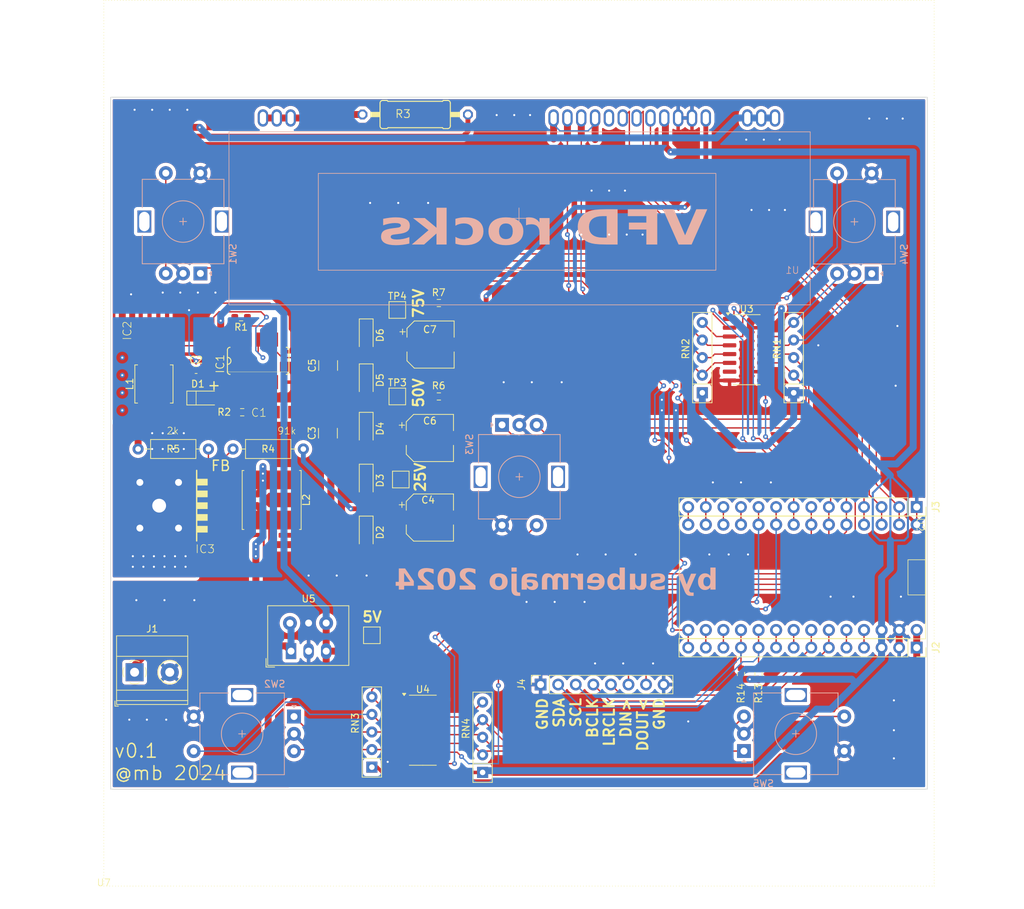
<source format=kicad_pcb>
(kicad_pcb (version 20240108) (generator "pcbnew") (generator_version "8.0")
  (title_block (comment 4 "AISLER Project ID: MBTAKVEH"))
  (layers (0 "F.Cu" signal) (31 "B.Cu" signal) (34 "B.Paste" user) (35 "F.Paste" user) (36 "B.SilkS" user "B.Silkscreen") (37 "F.SilkS" user "F.Silkscreen") (38 "B.Mask" user) (39 "F.Mask" user) (44 "Edge.Cuts" user))
  (net 0 "")
  (net 4 "GND")
  (net 5 "+3.3V")
  (net 6 "Net-(IC1A-I0)")
  (net 7 "Net-(IC2-VM)")
  (net 8 "/MN12832L-Power/SW")
  (net 9 "Net-(D3-K)")
  (net 10 "Net-(D2-K)")
  (net 11 "Net-(D5-K)")
  (net 12 "VHG")
  (net 13 "VHP")
  (net 14 "+5V")
  (net 15 "Net-(D1-K)")
  (net 16 "FF_BLANK")
  (net 17 "Net-(IC1B-O)")
  (net 18 "Net-(IC1A-O)")
  (net 19 "Net-(IC1D-O)")
  (net 20 "Net-(IC1C-O)")
  (net 21 "Net-(IC2-OUT2)")
  (net 22 "F1")
  (net 23 "VH_EN")
  (net 24 "+24V")
  (net 25 "Net-(IC3-FB)")
  (net 26 "F2")
  (net 27 "/MN12832L-input/ENC_CLK")
  (net 28 "/MN12832L-input/ENC_DIN")
  (net 29 "/SDA")
  (net 30 "/SCL")
  (net 31 "Net-(U1-SIN2)")
  (net 32 "Net-(J2-Pin_13)")
  (net 33 "Net-(J2-Pin_14)")
  (net 34 "Net-(J2-Pin_9)")
  (net 35 "Net-(J2-Pin_12)")
  (net 36 "Net-(J2-Pin_4)")
  (net 37 "Net-(J2-Pin_5)")
  (net 38 "Net-(J2-Pin_8)")
  (net 39 "Net-(J3-Pin_13)")
  (net 40 "Net-(J3-Pin_12)")
  (net 41 "Net-(J3-Pin_11)")
  (net 42 "Net-(RN1-R1)")
  (net 43 "Net-(RN1-R4)")
  (net 44 "Net-(RN1-R3)")
  (net 45 "Net-(RN2-R3)")
  (net 46 "Net-(RN2-R4)")
  (net 47 "Net-(RN1-R2)")
  (net 48 "Net-(RN3-R2)")
  (net 49 "Net-(RN3-R4)")
  (net 50 "Net-(RN3-R1)")
  (net 51 "Net-(RN3-R3)")
  (net 52 "Net-(RN4-R2)")
  (net 53 "Net-(RN4-R3)")
  (net 54 "Net-(RN4-R1)")
  (net 55 "Net-(RN2-R2)")
  (net 56 "Net-(RN2-R1)")
  (net 57 "/MN12832L-input/ENC_PL")
  (net 58 "/MN12832L-input/ENC_OVER")
  (net 59 "Net-(J3-Pin_14)")
  (net 60 "/MN12832L-input/free_8439657")
  (net 61 "/GCP")
  (net 62 "/BLK")
  (net 63 "/LAT")
  (net 64 "/BCLK")
  (net 65 "/LRCLK")
  (net 66 "/DIN")
  (net 67 "/DOUT")
  (footprint "VFD-Power:C1206" (layer "F.Cu") (at 66.04 95.504)
    (property "Reference" "C1")
    (property "Value" "4.7n")
  )
  (footprint "Diode_SMD:D_SOD-123" (layer "F.Cu") (at 77.922 90.894 -90)
    (property "Reference" "D5")
    (property "Value" "1N4448W")
  )
  (footprint "Resistor_SMD:R_0603_1608Metric_Pad0.98x0.95mm_HandSolder" (layer "F.Cu") (at 88.422 79.744 180)
    (property "Reference" "R7")
    (property "Value" "DNP")
  )
  (footprint "Resistor_SMD:R_0603_1608Metric_Pad0.98x0.95mm_HandSolder" (layer "F.Cu") (at 60 95.525)
    (property "Reference" "R2")
    (property "Value" "2.7k")
  )
  (footprint "Resistor_THT:R_Array_SIP5" (layer "F.Cu") (at 94.742 147.573999 90)
    (property "Reference" "RN4")
    (property "Value" "R_Network04")
  )
  (footprint "Diode_SMD:D_SOD-123" (layer "F.Cu") (at 77.922 97.894 -90)
    (property "Reference" "D4")
    (property "Value" "1N4448W")
  )
  (footprint "Connector_PinSocket_2.54mm:PinSocket_1x08_P2.54mm_Vertical" (layer "F.Cu") (at 103.123999 134.874 90)
    (property "Reference" "J4")
    (property "Value" "Conn_01x08")
  )
  (footprint "TestPoint:TestPoint_Pad_2.0x2.0mm" (layer "F.Cu") (at 82.422 80.744)
    (property "Reference" "TP4")
    (property "Value" "60-99V")
  )
  (footprint "TestPoint:TestPoint_Pad_2.0x2.0mm" (layer "F.Cu") (at 82.422 93.244)
    (property "Reference" "TP3")
    (property "Value" "45-75V")
  )
  (footprint "VFD-Power:0411_15" (layer "F.Cu") (at 85 52.5)
    (property "Reference" "R3")
    (property "Value" "22")
  )
  (footprint "Capacitor_SMD:CP_Elec_6.3x5.8" (layer "F.Cu") (at 87.122 110.744)
    (property "Reference" "C4")
    (property "Value" "47u/35v")
  )
  (footprint "Resistor_SMD:R_0603_1608Metric_Pad0.98x0.95mm_HandSolder" (layer "F.Cu") (at 88.422 93.244 180)
    (property "Reference" "R6")
    (property "Value" "91k")
  )
  (footprint "Capacitor_SMD:CP_Elec_6.3x5.8" (layer "F.Cu") (at 87.122 99.244)
    (property "Reference" "C6")
    (property "Value" "4.7u/100v")
  )
  (footprint "Capacitor_SMD:C_1210_3225Metric_Pad1.33x2.70mm_HandSolder" (layer "F.Cu") (at 72.39 98.552 90)
    (property "Reference" "C3")
    (property "Value" "1u/100v")
  )
  (footprint "Inductor_SMD:L_Cenker_CKCS5020" (layer "F.Cu") (at 47.244 91.44 90)
    (property "Reference" "L1")
    (property "Value" "SM-NE45")
  )
  (footprint "Diode_SMD:D_SOD-123" (layer "F.Cu") (at 77.922 105.394 -90)
    (property "Reference" "D3")
    (property "Value" "1N4448W")
  )
  (footprint "Resistor_THT:R_Array_SIP5" (layer "F.Cu") (at 78.74 146.812 90)
    (property "Reference" "RN3")
    (property "Value" "R_Network04")
  )
  (footprint "Resistor_THT:R_Array_SIP5" (layer "F.Cu") (at 139.7 92.71 90)
    (property "Reference" "RN1")
    (property "Value" "R_Network04")
  )
  (footprint "Package_SO:SOIC-16_3.9x9.9mm_P1.27mm" (layer "F.Cu") (at 132.907 86.487)
    (property "Reference" "U3")
    (property "Value" "74HC165")
  )
  (footprint "Diode_SMD:D_SOD-123" (layer "F.Cu") (at 54.356 93.472)
    (property "Reference" "D1")
    (property "Value" "1N5818")
  )
  (footprint "Resistor_THT:R_Array_SIP5" (layer "F.Cu") (at 126.492 92.71 90)
    (property "Reference" "RN2")
    (property "Value" "R_Network04")
  )
  (footprint "VFD-Power:SO14" (layer "F.Cu") (at 62.31 88.0984)
    (property "Reference" "IC1")
    (property "Value" "74132D")
  )
  (footprint "VFD-Power:TO263-5" (layer "F.Cu") (at 50.54 109.025 90)
    (property "Reference" "IC3")
    (property "Value" "~")
  )
  (footprint "Capacitor_SMD:CP_Elec_6.3x5.8" (layer "F.Cu") (at 87.222 85.744)
    (property "Reference" "C7")
    (property "Value" "DNP")
  )
  (footprint "Connector_PinSocket_2.54mm:PinSocket_1x14_P2.54mm_Vertical" (layer "F.Cu") (at 157.479999 109.22 -90)
    (property "Reference" "J3")
    (property "Value" "Conn_01x14")
  )
  (footprint "TerminalBlock_Phoenix:TerminalBlock_Phoenix_MKDS-1,5-2-5.08_1x02_P5.08mm_Horizontal" (layer "F.Cu") (at 44.45 133.096)
    (property "Reference" "J1")
    (property "Value" "Conn_01x02")
  )
  (footprint "Inductor_SMD:L_Cenker_CKCS8040" (layer "F.Cu") (at 64.262 108.204 -90)
    (property "Reference" "L2")
    (property "Value" "22uH")
  )
  (footprint "Converter_DCDC:Converter_DCDC_RECOM_R-78E-0.5_THT" (layer "F.Cu") (at 67.056 130.048)
    (property "Reference" "U5")
    (property "Value" "R-78B5.0-2.0")
  )
  (footprint "Package_SO:SOIC-16_3.9x9.9mm_P1.27mm" (layer "F.Cu") (at 86.106 141.478)
    (property "Reference" "U4")
    (property "Value" "74HC165")
  )
  (footprint "Resistor_THT:R_Axial_DIN0207_L6.3mm_D2.5mm_P10.16mm_Horizontal" (layer "F.Cu") (at 58.674 100.838)
    (property "Reference" "R4")
    (property "Value" "91k")
  )
  (footprint "Connector_PinSocket_2.54mm:PinSocket_1x14_P2.54mm_Vertical" (layer "F.Cu") (at 157.479999 129.54 -90)
    (property "Reference" "J2")
    (property "Value" "Conn_01x14")
  )
  (footprint "Resistor_SMD:R_0603_1608Metric" (layer "F.Cu") (at 132.08 133.35 90)
    (property "Reference" "R14")
    (property "Value" "2.2k")
  )
  (footprint "Capacitor_SMD:C_1210_3225Metric_Pad1.33x2.70mm_HandSolder" (layer "F.Cu") (at 72.422 88.769 90)
    (property "Reference" "C5")
    (property "Value" "1u/100v")
  )
  (footprint "Resistor_SMD:R_0603_1608Metric" (layer "F.Cu") (at 134.62 133.35 90)
    (property "Reference" "R13")
    (property "Value" "2.2k")
  )
  (footprint "Diode_SMD:D_SOD-123" (layer "F.Cu") (at 77.922 84.394 -90)
    (property "Reference" "D6")
    (property "Value" "DNP")
  )
  (footprint "TestPoint:TestPoint_Pad_2.0x2.0mm" (layer "F.Cu") (at 82.922 105.244)
    (property "Reference" "TP2" (hide yes))
    (property "Value" "25-33V")
  )
  (footprint "VFDs-Library:MN12832L-Front24" (layer "F.Cu") (at 40 164)
    (property "Reference" "U7")
    (property "Value" "~")
  )
  (footprint "VFD-Power:SO8" (layer "F.Cu") (at 47.244 83.312)
    (property "Reference" "IC2")
    (property "Value" "ZXBM5210")
  )
  (footprint "VFDs-Library:Teensy4.0" (layer "F.Cu") (at 157.48 111.76 -90)
    (property "Reference" "U2")
    (property "Value" "~")
  )
  (footprint "Diode_SMD:D_SOD-123" (layer "F.Cu") (at 77.922 112.894 -90)
    (property "Reference" "D2")
    (property "Value" "1N4448W")
  )
  (footprint "Resistor_THT:R_Axial_DIN0207_L6.3mm_D2.5mm_P10.16mm_Horizontal" (layer "F.Cu") (at 44.958 100.838)
    (property "Reference" "R5")
    (property "Value" "2k")
  )
  (footprint "TestPoint:TestPoint_Pad_2.0x2.0mm" (layer "F.Cu") (at 78.74 127.762)
    (property "Reference" "TP1" (hide yes))
    (property "Value" "+5V")
  )
  (footprint "Resistor_SMD:R_0603_1608Metric_Pad0.98x0.95mm_HandSolder" (layer "F.Cu") (at 59.8405 81.788 180)
    (property "Reference" "R1")
    (property "Value" "2.7k")
  )
  (footprint "Capacitor_SMD:C_0603_1608Metric_Pad1.08x0.95mm_HandSolder" (layer "F.Cu") (at 53.34 89.408)
    (property "Reference" "C2")
    (property "Value" "1u")
  )
  (footprint "VFDs-Library:MN12832L" (layer "B.Cu") (at 100 67.5 180)
    (property "Reference" "U1")
    (property "Value" "~")
  )
  (footprint "VFDs-Library:RotaryEncoder_Alps_EC11E-Switch_Vertical_Centered" (layer "B.Cu") (at 100.040245 104.845197 -90)
    (property "Reference" "SW3")
    (property "Value" "RotaryEncoder_Switch")
  )
  (footprint "VFDs-Library:RotaryEncoder_Alps_EC11E-Switch_Vertical_Centered" (layer "B.Cu") (at 59.994876 141.987294 180)
    (property "Reference" "SW2")
    (property "Value" "RotaryEncoder_Switch")
  )
  (footprint "VFDs-Library:RotaryEncoder_Alps_EC11E-Switch_Vertical_Centered" (layer "B.Cu") (at 51.471377 67.968883 90)
    (property "Reference" "SW1")
    (property "Value" "RotaryEncoder_Switch")
  )
  (footprint "VFDs-Library:RotaryEncoder_Alps_EC11E-Switch_Vertical_Centered" (layer "B.Cu") (at 148.487294 68.005124 90)
    (property "Reference" "SW4")
    (property "Value" "RotaryEncoder_Switch")
  )
  (footprint "VFDs-Library:RotaryEncoder_Alps_EC11E-Switch_Vertical_Centered" (layer "B.Cu") (at 140 142)
    (property "Reference" "SW5")
    (property "Value" "RotaryEncoder_Switch")
  )
  (gr_rect (start 45.212 93.98) (end 49.276 96.012) (stroke (width 0.2)) (fill solid) (layer "F.Cu") (net 15))
  (gr_line (start 53.34 92.456) (end 53.34 94.488) (stroke (width 0.1)) (layer "F.SilkS"))
  (gr_rect (start 41 50) (end 159 150) (stroke (width 0.1)) (fill none) (layer "Edge.Cuts"))
  (gr_text "VFD rocks" (at 127.254 72.136 0) (layer "B.SilkS") (effects (font (size 5 6) (thickness 1) (bold yes)) (justify left bottom mirror)))
  (gr_text "by subermajo 2024" (at 128.778 121.666 0) (layer "B.SilkS") (effects (font (size 3 3.1) (thickness 0.3) (bold yes)) (justify left bottom mirror)))
  (gr_text "91k" (at 65.024 98.806 0) (layer "F.SilkS") (effects (font (size 1 1) (thickness 0.1)) (justify left bottom)))
  (gr_text "2k" (at 49.022 98.806 0) (layer "F.SilkS") (effects (font (size 1 1) (thickness 0.1)) (justify left bottom)))
  (gr_text "GND\nSDA\nSCL\nBCLK\nLRCLK\nDIN>\nDOUT<\nGND" (at 121.158 136.652 90) (layer "F.SilkS") (effects (font (size 1.5 1.5) (thickness 0.3) (bold yes)) (justify right bottom)))
  (gr_text "+" (at 54.864 92.456 0) (layer "F.SilkS") (effects (font (size 1.5 1.5) (thickness 0.2) (bold yes)) (justify left bottom)))
  (gr_text "v0.1\n@mb 2024" (at 41.402 148.844 0) (layer "F.SilkS") (effects (font (size 2 2) (thickness 0.2)) (justify left bottom)))
  (gr_text "75V" (at 86.36 82.042 90) (layer "F.SilkS") (effects (font (size 1.5 1.5) (thickness 0.3) (bold yes)) (justify left bottom)))
  (gr_text "5V" (at 77.216 125.984 0) (layer "F.SilkS") (effects (font (size 1.5 1.5) (thickness 0.3) (bold yes)) (justify left bottom)))
  (gr_text "25V" (at 86.614 107.188 90) (layer "F.SilkS") (effects (font (size 1.5 1.5) (thickness 0.3) (bold yes)) (justify left bottom)))
  (gr_text "50V" (at 86.36 94.996 90) (layer "F.SilkS") (effects (font (size 1.5 1.5) (thickness 0.3) (bold yes)) (justify left bottom)))
  (gr_text "FB" (at 55.372 104.14 0) (layer "F.SilkS") (effects (font (size 1.5 1.5) (thickness 0.2) (bold yes)) (justify left bottom)))
  (segment (start 51.054 97.028) (end 51.054 95.758) (width 1) (layer "F.Cu") (net 4))
  (segment (start 45.974 97.028) (end 51.054 97.028) (width 1) (layer "F.Cu") (net 4))
  (segment (start 44.958 98.044) (end 45.974 97.028) (width 1) (layer "F.Cu") (net 4))
  (segment (start 154.939999 129.54) (end 154.939999 127.000001) (width 1) (layer "F.Cu") (net 4))
  (segment (start 44.958 100.838) (end 44.958 98.044) (width 1) (layer "F.Cu") (net 4))
  (segment (start 157.48 111.76) (end 157.48 109.220001) (width 0.2) (layer "F.Cu") (net 4))
  (segment (start 154.939999 127.000001) (end 154.94 127) (width 0.2) (layer "F.Cu") (net 4))
  (segment (start 157.48 109.220001) (end 157.479999 109.22) (width 0.2) (layer "F.Cu") (net 4))
  (via (at 48.514 78.232) (size 0.7) (drill 0.3) (layers "F.Cu" "B.Cu") (net 4))
  (via (at 44.449999 51.816) (size 0.7) (drill 0.3) (layers "F.Cu" "B.Cu") (net 4))
  (via (at 42.672 90.17) (size 0.7) (drill 0.3) (layers "F.Cu" "B.Cu") (net 4))
  (via (at 155.448 53.086) (size 0.7) (drill 0.3) (layers "F.Cu" "B.Cu") (net 4))
  (via (at 110.49 63.5) (size 0.7) (drill 0.3) (layers "F.Cu" "B.Cu") (net 4))
  (via (at 122.682 95.25) (size 0.7) (drill 0.3) (layers "F.Cu" "B.Cu") (net 4))
  (via (at 120.65 95.25) (size 0.7) (drill 0.3) (layers "F.Cu" "B.Cu") (net 4))
  (via (at 43.942 78.486) (size 0.7) (drill 0.3) (layers "F.Cu" "B.Cu") (net 4))
  (via (at 109.474 122.936) (size 0.7) (drill 0.3) (layers "F.Cu" "B.Cu") (net 4))
  (via (at 82.55 65.278) (size 0.7) (drill 0.3) (layers "F.Cu" "B.Cu") (net 4))
  (via (at 73.66 119.126) (size 0.7) (drill 0.3) (layers "F.Cu" "B.Cu") (net 4))
  (via (at 133.096 116.078) (size 0.7) (drill 0.3) (layers "F.Cu" "B.Cu") (net 4))
  (via (at 115.57 69.85) (size 0.7) (drill 0.3) (layers "F.Cu" "B.Cu") (net 4))
  (via (at 113.03 63.5) (size 0.7) (drill 0.3) (layers "F.Cu" "B.Cu") (net 4))
  (via (at 112.522 116.078) (size 0.7) (drill 0.3) (layers "F.Cu" "B.Cu") (net 4))
  (via (at 44.704 122.682) (size 0.7) (drill 0.3) (layers "F.Cu" "B.Cu") (net 4))
  (via (at 49.53 51.816) (size 0.7) (drill 0.3) (layers "F.Cu" "B.Cu") (net 4))
  (via (at 108.458 116.078) (size 0.7) (drill 0.3) (layers "F.Cu" "B.Cu") (net 4))
  (via (at 150.622 53.086) (size 0.7) (drill 0.3) (layers "F.Cu" "B.Cu") (net 4))
  (via (at 53.34 88.138) (size 0.7) (drill 0.3) (layers "F.Cu" "B.Cu") (net 4))
  (via (at 145.034 122.174) (size 0.7) (drill 0.3) (layers "F.Cu" "B.Cu") (net 4))
  (via (at 46.99 51.816) (size 0.7) (drill 0.3) (layers "F.Cu" "B.Cu") (net 4))
  (via (at 46.228 139.954) (size 0.7) (drill 0.3) (layers "F.Cu" "B.Cu") (net 4))
  (via (at 97.79 91.186) (size 0.7) (drill 0.3) (layers "F.Cu" "B.Cu") (net 4))
  (via (at 43.688 139.954) (size 0.7) (drill 0.3) (layers "F.Cu" "B.Cu") (net 4))
  (via (at 116.078 140.208) (size 0.7) (drill 0.3) (layers "F.Cu" "B.Cu") (net 4))
  (via (at 81.026 146.05) (size 0.7) (drill 0.3) (layers "F.Cu" "B.Cu") (net 4))
  (via (at 115.316 63.5) (size 0.7) (drill 0.3) (layers "F.Cu" "B.Cu") (net 4))
  (via (at 52.069999 51.816) (size 0.7) (drill 0.3) (layers "F.Cu" "B.Cu") (net 4))
  (via (at 101.6 52.578) (size 0.7) (drill 0.3) (layers "F.Cu" "B.Cu") (net 4))
  (via (at 136.398 105.664) (size 0.7) (drill 0.3) (layers "F.Cu" "B.Cu") (net 4))
  (via (at 49.022 139.954) (size 0.7) (drill 0.3) (layers "F.Cu" "B.Cu") (net 4))
  (via (at 148.336 122.174) (size 0.7) (drill 0.3) (layers "F.Cu" "B.Cu") (net 4))
  (via (at 132.842 56.134) (size 0.7) (drill 0.3) (layers "F.Cu" "B.Cu") (net 4))
  (via (at 130.302 116.078) (size 0.7) (drill 0.3) (layers "F.Cu" "B.Cu") (net 4))
  (via (at 132.08 105.664) (size 0.7) (drill 0.3) (layers "F.Cu" "B.Cu") (net 4))
  (via (at 119.38 131.826) (size 0.7) (drill 0.3) (layers "F.Cu" "B.Cu") (net 4))
  (via (at 105.156 122.936) (size 0.7) (drill 0.3) (layers "F.Cu" "B.Cu") (net 4))
  (via (at 56.134 78.232) (size 0.7) (drill 0.3) (layers "F.Cu" "B.Cu") (net 4))
  (via (at 137.668 56.134) (size 0.7) (drill 0.3) (layers "F.Cu" "B.Cu") (net 4))
  (via (at 78.486 65.278) (size 0.7) (drill 0.3) (layers "F.Cu" "B.Cu") (net 4))
  (via (at 101.854 91.186) (size 0.7) (drill 0.3) (layers "F.Cu" "B.Cu") (net 4))
  (via (at 115.062 131.826) (size 0.7) (drill 0.3) (layers "F.Cu" "B.Cu") (net 4))
  (via (at 155.194 122.174) (size 0.7) (drill 0.3) (layers "F.Cu" "B.Cu") (net 4))
  (via (at 135.382 56.134) (size 0.7) (drill 0.3) (layers "F.Cu" "B.Cu") (net 4))
  (via (at 154.178 145.542) (size 0.7) (drill 0.3) (layers "F.Cu" "B.Cu") (net 4))
  (via (at 42.672 87.63) (size 0.7) (drill 0.3) (layers "F.Cu" "B.Cu") (net 4))
  (via (at 136.144 66.294) (size 0.7) (drill 0.3) (layers "F.Cu" "B.Cu") (net 4))
  (via (at 42.672 95.25) (size 0.7) (drill 0.3) (layers "F.Cu" "B.Cu") (net 4))
  (via (at 113.03 69.85) (size 0.7) (drill 0.3) (layers "F.Cu" "B.Cu") (net 4))
  (via (at 86.868 65.278) (size 0.7) (drill 0.3) (layers "F.Cu" "B.Cu") (net 4))
  (via (at 120.65 93.726) (size 0.7) (drill 0.3) (layers "F.Cu" "B.Cu") (net 4))
  (via (at 154.178 141.478) (size 0.7) (drill 0.3) (layers "F.Cu" "B.Cu") (net 4))
  (via (at 138.43 66.294) (size 0.7) (drill 0.3) (layers "F.Cu" "B.Cu") (net 4))
  (via (at 53.086 122.682) (size 0.7) (drill 0.3) (layers "F.Cu" "B.Cu") (net 4))
  (via (at 128.016 105.664) (size 0.7) (drill 0.3) (layers "F.Cu" "B.Cu") (net 4))
  (via (at 48.768 122.682) (size 0.7) (drill 0.3) (layers "F.Cu" "B.Cu") (net 4))
  (via (at 101.092 122.936) (size 0.7) (drill 0.3) (layers "F.Cu" "B.Cu") (net 4))
  (via (at 110.998 131.826) (size 0.7) (drill 0.3) (layers "F.Cu" "B.Cu") (net 4))
  (via (at 106.172 91.186) (size 0.7) (drill 0.3) (layers "F.Cu" "B.Cu") (net 4))
  (via (at 52.324 80.772) (size 0.7) (drill 0.3) (layers "F.Cu" "B.Cu") (net 4))
  (via (at 127.508 116.078) (size 0.7) (drill 0.3) (layers "F.Cu" "B.Cu") (net 4))
  (via (at 99.314 52.578) (size 0.7) (drill 0.3) (layers "F.Cu" "B.Cu") (net 4))
  (via (at 154.432 91.694) (size 0.7) (drill 0.3) (layers "F.Cu" "B.Cu") (net 4))
  (via (at 77.978 119.126) (size 0.7) (drill 0.3) (layers "F.Cu" "B.Cu") (net 4))
  (via (at 154.178 137.16) (size 0.7) (drill 0.3) (layers "F.Cu" "B.Cu") (net 4))
  (via (at 153.162 53.086) (size 0.7) (drill 0.3) (layers "F.Cu" "B.Cu") (net 4))
  (via (at 117.856 69.85) (size 0.7) (drill 0.3) (layers "F.Cu" "B.Cu") (net 4))
  (via (at 53.594 78.232) (size 0.7) (drill 0.3) (layers "F.Cu" "B.Cu") (net 4))
  (via (at 96.774 52.578) (size 0.7) (drill 0.3) (layers "F.Cu" "B.Cu") (net 4))
  (via (at 51.054 78.232) (size 0.7) (drill 0.3) (layers "F.Cu" "B.Cu") (net 4))
  (via (at 133.604 66.294) (size 0.7) (drill 0.3) (layers "F.Cu" "B.Cu") (net 4))
  (via (at 143.256 85.852) (size 0.7) (drill 0.3) (layers "F.Cu" "B.Cu") (net 4))
  (via (at 116.84 116.078) (size 0.7) (drill 0.3) (layers "F.Cu" "B.Cu") (net 4))
  (via (at 124.46 140.208) (size 0.7) (drill 0.3) (layers "F.Cu" "B.Cu") (net 4))
  (via (at 154.686 83.058) (size 0.7) (drill 0.3) (layers "F.Cu" "B.Cu") (net 4))
  (via (at 69.596 119.126) (size 0.7) (drill 0.3) (layers "F.Cu" "B.Cu") (net 4))
  (via (at 69.596 125.984) (size 2) (drill 1) (layers "F.Cu" "B.Cu") (net 4))
  (via (at 120.142 140.208) (size 0.7) (drill 0.3) (layers "F.Cu" "B.Cu") (net 4))
  (via (at 42.672 92.709999) (size 0.7) (drill 0.3) (layers "F.Cu" "B.Cu") (net 4))
  (segment (start 52.324 87.122) (end 52.324 80.772) (width 0.2) (layer "B.Cu") (net 4))
  (segment (start 53.34 88.138) (end 52.324 87.122) (width 0.2) (layer "B.Cu") (net 4))
  (segment (start 86.867999 147.573999) (end 85.598 146.304) (width 0.5) (layer "F.Cu") (net 5))
  (segment (start 94.742 147.573999) (end 86.867999 147.573999) (width 0.5) (layer "F.Cu") (net 5))
  (segment (start 85.598 146.304) (end 85.598 136.652) (width 0.5) (layer "F.Cu") (net 5))
  (segment (start 132.143 134.112) (end 132.08 134.175) (width 1) (layer "F.Cu") (net 5))
  (segment (start 86.36 135.89) (end 88.646 135.89) (width 0.5) (layer "F.Cu") (net 5))
  (segment (start 134.557 134.112) (end 134.62 134.175) (width 1) (layer "F.Cu") (net 5))
  (segment (start 85.598 136.652) (end 86.36 135.89) (width 0.5) (layer "F.Cu") (net 5))
  (segment (start 88.581 135.955) (end 88.581 137.033) (width 0.5) (layer "F.Cu") (net 5))
  (segment (start 121.158 57.15) (end 121.158 53.158) (width 1) (layer "F.Cu") (net 5))
  (segment (start 133.35 134.112) (end 132.143 134.112) (width 1) (layer "F.Cu") (net 5))
  (segment (start 133.35 134.112) (end 134.557 134.112) (width 1) (layer "F.Cu") (net 5))
  (segment (start 121.92 57.912) (end 121.158 57.15) (width 1) (layer "F.Cu") (net 5))
  (segment (start 80.772 147.574) (end 80.264 147.574) (width 0.5) (layer "F.Cu") (net 5))
  (segment (start 137.922 80.518) (end 136.398 82.042) (width 0.2) (layer "F.Cu") (net 5))
  (segment (start 80.264 147.574) (end 79.502 146.812) (width 0.5) (layer "F.Cu") (net 5))
  (segment (start 86.867999 147.573999) (end 80.772001 147.573999) (width 0.5) (layer "F.Cu") (net 5))
  (segment (start 136.398 82.042) (end 135.382 82.042) (width 0.2) (layer "F.Cu") (net 5))
  (segment (start 80.772001 147.573999) (end 80.772 147.574) (width 0.5) (layer "F.Cu") (net 5))
  (segment (start 79.502 146.812) (end 78.74 146.812) (width 0.5) (layer "F.Cu") (net 5))
  (segment (start 88.646 135.89) (end 88.581 135.955) (width 0.5) (layer "F.Cu") (net 5))
  (segment (start 152.4 129.54) (end 152.4 127) (width 0.2) (layer "F.Cu") (net 5))
  (segment (start 121.158 53.158) (end 121 53) (width 1) (layer "F.Cu") (net 5))
  (via (at 137.922 80.518) (size 0.7) (drill 0.3) (layers "F.Cu" "B.Cu") (net 5))
  (via (at 133.35 134.112) (size 0.7) (drill 0.3) (layers "F.Cu" "B.Cu") (net 5))
  (via (at 121.92 57.912) (size 0.7) (drill 0.3) (layers "F.Cu" "B.Cu") (net 5))
  (segment (start 139.7 96.480925) (end 135.816925 100.364) (width 1) (layer "B.Cu") (net 5))
  (segment (start 126.492 94.996) (end 126.492 92.71) (width 1) (layer "B.Cu") (net 5))
  (segment (start 154.559 102.997) (end 152.019 102.997) (width 1) (layer "B.Cu") (net 5))
  (segment (start 134.112 147.32) (end 94.995999 147.32) (width 1) (layer "B.Cu") (net 5))
  (segment (start 156.21 107.188) (end 153.289 104.267) (width 0.3) (layer "B.Cu") (net 5))
  (segment (start 137.922 91.948) (end 137.922 80.518) (width 1) (layer "B.Cu") (net 5))
  (segment (start 152.4 128.27) (end 152.4 127) (width 1) (layer "B.Cu") (net 5))
  (segment (start 153.67 104.648) (end 152.019 102.997) (width 1) (layer "B.Cu") (net 5))
  (segment (start 152.4 129.54) (end 152.4 131.064) (width 1) (layer "B.Cu") (net 5))
  (segment (start 145.034 138.43) (end 143.002 138.43) (width 1) (layer "B.Cu") (net 5))
  (segment (start 141.732 92.71) (end 138.684 92.71) (width 1) (layer "B.Cu") (net 5))
  (segment (start 143.002 138.43) (end 134.112 147.32) (width 1) (layer "B.Cu") (net 5))
  (segment (start 153.67 104.648) (end 151.13 107.188) (width 0.3) (layer "B.Cu") (net 5))
  (segment (start 152.4 131.064) (end 152.4 128.27) (width 1) (layer "B.Cu") (net 5))
  (segment (start 138.684 92.71) (end 137.922 91.948) (width 1) (layer "B.Cu") (net 5))
  (segment (start 156.972 100.584) (end 154.559 102.997) (width 1) (layer "B.Cu") (net 5))
  (segment (start 141.732 92.71) (end 139.7 92.71) (width 1) (layer "B.Cu") (net 5))
  (segment (start 131.86 100.364) (end 126.492 94.996) (width 1) (layer "B.Cu") (net 5))
  (segment (start 121.92 57.912) (end 156.972 57.912) (width 1) (layer "B.Cu") (net 5))
  (segment (start 153.67 118.11) (end 152.4 119.38) (width 1) (layer "B.Cu") (net 5))
  (segment (start 135.816925 100.364) (end 131.86 100.364) (width 1) (layer "B.Cu") (net 5))
  (segment (start 133.35 134.112) (end 148.082 134.112) (width 1) (layer "B.Cu") (net 5))
  (segment (start 152.4 131.064) (end 148.717 134.747) (width 1) (layer "B.Cu") (net 5))
  (segment (start 153.67 114.046) (end 153.67 118.11) (width 1) (layer "B.Cu") (net 5))
  (segment (start 148.082 134.112) (end 148.717 134.747) (width 1) (layer "B.Cu") (net 5))
  (segment (start 151.13 113.03) (end 152.146 114.046) (width 0.3) (layer "B.Cu") (net 5))
  (segment (start 156.972 57.912) (end 156.972 100.584) (width 1) (layer "B.Cu") (net 5))
  (segment (start 152.146 114.046) (end 155.679206 114.046) (width 0.3) (layer "B.Cu") (net 5))
  (segment (start 153.67 114.046) (end 153.67 104.648) (width 0.3) (layer "B.Cu") (net 5))
  (segment (start 156.21 113.515206) (end 156.21 107.188) (width 0.3) (layer "B.Cu") (net 5))
  (segment (start 151.13 107.188) (end 151.13 113.03) (width 0.3) (layer "B.Cu") (net 5))
  (segment (start 94.995999 147.32) (end 94.742 147.573999) (width 1) (layer "B.Cu") (net 5))
  (segment (start 139.7 92.71) (end 139.7 96.480925) (width 1) (layer "B.Cu") (net 5))
  (segment (start 152.019 102.997) (end 141.732 92.71) (width 1) (layer "B.Cu") (net 5))
  (segment (start 152.4 119.38) (end 152.4 128.27) (width 1) (layer "B.Cu") (net 5))
  (segment (start 155.679206 114.046) (end 156.21 113.515206) (width 0.3) (layer "B.Cu") (net 5))
  (segment (start 148.717 134.747) (end 145.034 138.43) (width 1) (layer "B.Cu") (net 5))
  (segment (start 60.3365 96.774) (end 63.370001 96.774) (width 0.2) (layer "F.Cu") (net 6))
  (segment (start 59.0875 93.3775) (end 58.5 92.79) (width 0.2) (layer "F.Cu") (net 6))
  (segment (start 59.0875 95.525) (end 60.3365 96.774) (width 0.2) (layer "F.Cu") (net 6))
  (segment (start 58.5 92.79) (end 58.5 91.1718) (width 0.2) (layer "F.Cu") (net 6))
  (segment (start 59.0875 95.525) (end 59.0875 93.3775) (width 0.2) (layer "F.Cu") (net 6))
  (segment (start 63.370001 96.774) (end 64.640001 95.504) (width 0.2) (layer "F.Cu") (net 6))
  (segment (start 59.77 92.695) (end 59.0875 93.3775) (width 0.2) (layer "F.Cu") (net 6))
  (segment (start 59.77 91.1718) (end 59.77 92.695) (width 0.2) (layer "F.Cu") (net 6))
  (segment (start 47.244 89.84) (end 46.482 89.078) (width 0.7) (layer "F.Cu") (net 7))
  (segment (start 46.482 88.138) (end 46.609 88.011) (width 0.7) (layer "F.Cu") (net 7))
  (segment (start 46.609 88.011) (end 46.609 85.912) (width 0.7) (layer "F.Cu") (net 7))
  (segment (start 47.676 89.408) (end 47.244 89.84) (width 0.2) (layer "F.Cu") (net 7))
  (segment (start 46.482 89.078) (end 46.482 88.138) (width 0.7) (layer "F.Cu") (net 7))
  (segment (start 52.477499 89.408) (end 47.676 89.408) (width 0.5) (layer "F.Cu") (net 7))
  (segment (start 64.262 114.554) (end 64.364 114.656) (width 1) (layer "F.Cu") (net 8))
  (segment (start 72.82 100.5445) (end 72.39 100.1145) (width 1) (layer "F.Cu") (net 8))
  (segment (start 56.3312 109.025) (end 62.183 109.025) (width 1) (layer "F.Cu") (net 8))
  (segment (start 77.81 114.656) (end 77.922 114.544) (width 1) (layer "F.Cu") (net 8))
  (segment (start 64.364 114.656) (end 72.82 114.656) (width 1) (layer "F.Cu") (net 8))
  (segment (start 72.82 114.656) (end 77.81 114.656) (width 1) (layer "F.Cu") (net 8))
  (segment (start 56.3312 109.025) (end 48 109.025) (width 0.2) (layer "F.Cu") (net 8))
  (segment (start 72.82 114.656) (end 72.82 100.5445) (width 1) (layer "F.Cu") (net 8))
  (segment (start 64.262 111.104) (end 64.262 114.554) (width 1) (layer "F.Cu") (net 8))
  (segment (start 62.183 109.025) (end 64.262 111.104) (width 1) (layer "F.Cu") (net 8))
  (via (at 50.8 112.268) (size 1.5) (drill 1) (layers "F.Cu" "B.Cu") (net 8))
  (via (at 47.244 116.332) (size 0.7) (drill 0.3) (layers "F.Cu" "B.Cu") (net 8))
  (via (at 51.562 100.838) (size 0.7) (drill 0.3) (layers "F.Cu" "B.Cu") (net 8))
  (via (at 48.514 100.838) (size 0.7) (drill 0.3) (layers "F.Cu" "B.Cu") (net 8))
  (via (at 46.99 100.838) (size 0.7) (drill 0.3) (layers "F.Cu" "B.Cu") (net 8))
  (via (at 50.8 105.664) (size 1.5) (drill 1) (layers "F.Cu" "B.Cu") (net 8))
  (via (at 50.292 116.332) (size 0.7) (drill 0.3) (layers "F.Cu" "B.Cu") (net 8))
  (via (at 45.212 105.664) (size 1.5) (drill 1) (layers "F.Cu" "B.Cu") (net 8))
  (via (at 50.038 98.552) (size 0.7) (drill 0.3) (layers "F.Cu" "B.Cu") (net 8))
  (via (at 50.292 117.856) (size 0.7) (drill 0.3) (layers "F.Cu" "B.Cu") (net 8))
  (via (at 51.816 117.856) (size 0.7) (drill 0.3) (layers "F.Cu" "B.Cu") (net 8))
  (via (at 46.99 98.552) (size 0.7) (drill 0.3) (layers "F.Cu" "B.Cu") (net 8))
  (via (at 44.196 117.856) (size 0.7) (drill 0.3) (layers "F.Cu" "B.Cu") (net 8))
  (via (at 48.768 117.856) (size 0.7) (drill 0.3) (layers "F.Cu" "B.Cu") (net 8))
  (via (at 51.562 98.552) (size 0.7) (drill 0.3) (layers "F.Cu" "B.Cu") (net 8))
  (via (at 51.816 116.332) (size 0.7) (drill 0.3) (layers "F.Cu" "B.Cu") (net 8))
  (via (at 44.196 116.332) (size 0.7) (drill 0.3) (layers "F.Cu" "B.Cu") (net 8))
  (via (at 45.212 112.268) (size 1.5) (drill 1) (layers "F.Cu" "B.Cu") (net 8))
  (via (at 48 109.025) (size 3) (drill 2) (layers "F.Cu" "B.Cu") (net 8))
  (via (at 47.244 117.856) (size 0.7) (drill 0.3) (layers "F.Cu" "B.Cu") (net 8))
  (via (at 48.768 116.332) (size 0.7) (drill 0.3) (layers "F.Cu" "B.Cu") (net 8))
  (via (at 45.72 116.332) (size 0.7) (drill 0.3) (layers "F.Cu" "B.Cu") (net 8))
  (via (at 50.038 100.838) (size 0.7) (drill 0.3) (layers "F.Cu" "B.Cu") (net 8))
  (via (at 45.72 117.856) (size 0.7) (drill 0.3) (layers "F.Cu" "B.Cu") (net 8))
  (via (at 48.514 98.552) (size 0.7) (drill 0.3) (layers "F.Cu" "B.Cu") (net 8))
  (segment (start 72.39 96.9895) (end 72.39 90.3635) (width 1) (layer "F.Cu") (net 9))
  (segment (start 72.39 96.9895) (end 75.3675 96.9895) (width 1) (layer "F.Cu") (net 9))
  (segment (start 77.922 99.544) (end 77.922 103.744) (width 1) (layer "F.Cu") (net 9))
  (segment (start 75.3675 96.9895) (end 77.922 99.544) (width 1) (layer "F.Cu") (net 9))
  (segment (start 72.39 90.3635) (end 72.422 90.3315) (width 1) (layer "F.Cu") (net 9))
  (segment (start 77.922 107.044) (end 81.122 107.044) (width 1) (layer "F.Cu") (net 10))
  (segment (start 81.122 107.444) (end 81.122 107.044) (width 1) (layer "F.Cu") (net 10))
  (segment (start 77.922 111.244) (end 77.922 109.474) (width 1) (layer "F.Cu") (net 10))
  (segment (start 81.122 107.044) (end 82.922 105.244) (width 1) (layer "F.Cu") (net 10))
  (segment (start 75.692 109.474) (end 77.922 109.474) (width 0.7) (layer "F.Cu") (net 10))
  (segment (start 84.422 110.744) (end 81.122 107.444) (width 1) (layer "F.Cu") (net 10))
  (segment (start 77.922 109.474) (end 77.922 107.044) (width 1) (layer "F.Cu") (net 10))
  (via (at 75.692 109.474) (size 0.7) (drill 0.3) (layers "F.Cu" "B.Cu") (net 10))
  (segment (start 68.834 102.616) (end 75.692 109.474) (width 0.7) (layer "B.Cu") (net 10))
  (segment (start 68.834 100.838) (end 68.834 102.616) (width 0.7) (layer "B.Cu") (net 10))
  (segment (start 72.422 87.2065) (end 76.7595 87.2065) (width 0.2) (layer "F.Cu") (net 11))
  (segment (start 77.922 88.369) (end 76.7595 87.2065) (width 0.2) (layer "F.Cu") (net 11))
  (segment (start 77.922 89.244) (end 77.922 88.369) (width 0.2) (layer "F.Cu") (net 11))
  (segment (start 76.7595 87.2065) (end 77.922 86.044) (width 0.2) (layer "F.Cu") (net 11))
  (segment (start 123.952 65.913) (end 127 62.865) (width 0.7) (layer "F.Cu") (net 12))
  (segment (start 84.422 97.028) (end 84.422 99.244) (width 0.7) (layer "F.Cu") (net 12))
  (segment (start 77.922 92.544) (end 77.922 96.244) (width 0.7) (layer "F.Cu") (net 12))
  (segment (start 127 62.865) (end 127 53) (width 0.7) (layer "F.Cu") (net 12))
  (segment (start 84.422 95.918) (end 84.422 97.028) (width 0.7) (layer "F.Cu") (net 12))
  (segment (start 82.322 93.244) (end 81.622 92.544) (width 0.7) (layer "F.Cu") (net 12))
  (segment (start 95.25 78.74) (end 95.25 85.09) (width 0.7) (layer "F.Cu") (net 12))
  (segment (start 81.622 92.544) (end 77.922 92.544) (width 0.7) (layer "F.Cu") (net 12))
  (segment (start 82.422 93.244) (end 82.322 93.244) (width 0.7) (layer "F.Cu") (net 12))
  (segment (start 82.422 95.028) (end 82.422 93.244) (width 0.7) (layer "F.Cu") (net 12))
  (segment (start 95.25 85.09) (end 84.422 95.918) (width 0.7) (layer "F.Cu") (net 12))
  (segment (start 84.422 97.028) (end 82.422 95.028) (width 0.7) (layer "F.Cu") (net 12))
  (via (at 95.25 78.74) (size 0.7) (drill 0.3) (layers "F.Cu" "B.Cu") (net 12))
  (via (at 123.952 65.913) (size 0.7) (drill 0.3) (layers "F.Cu" "B.Cu") (net 12))
  (segment (start 123.952 65.913) (end 108.077 65.913) (width 0.7) (layer "B.Cu") (net 12))
  (segment (start 108.077 65.913) (end 95.25 78.74) (width 0.7) (layer "B.Cu") (net 12))
  (segment (start 83.776 79.744) (end 87.5095 79.744) (width 1) (layer "F.Cu") (net 13))
  (segment (start 82.422 83.644) (end 82.422 80.744) (width 1) (layer "F.Cu") (net 13))
  (segment (start 84.522 85.744) (end 82.422 83.644) (width 1) (layer "F.Cu") (net 13))
  (segment (start 82.422 80.744) (end 79.922 80.744) (width 1) (layer "F.Cu") (net 13))
  (segment (start 82.422 80.744) (end 82.776 80.744) (width 1) (layer "F.Cu") (net 13))
  (segment (start 79.922 80.744) (end 77.922 82.744) (width 1) (layer "F.Cu") (net 13))
  (segment (start 82.776 80.744) (end 83.776 79.744) (width 1) (layer "F.Cu") (net 13))
  (segment (start 157.479999 147.828001) (end 157.479999 129.54) (width 1) (layer "F.Cu") (net 14))
  (segment (start 50.2655 87.757) (end 50.9005 87.122) (width 0.5) (layer "F.Cu") (net 14))
  (segment (start 72.135999 130.048) (end 76.454 130.048) (width 1) (layer "F.Cu") (net 14))
  (segment (start 47.879 85.912) (end 47.879 87.757) (width 0.5) (layer "F.Cu") (net 14))
  (segment (start 56.006 88.138) (end 56.006 93.472) (width 0.5) (layer "F.Cu") (net 14))
  (segment (start 47.879 85.912) (end 47.879 80.712) (width 0.5) (layer "F.Cu") (net 14))
  (segment (start 141.986 145.288) (end 145.288 148.59) (width 1) (layer "F.Cu") (net 14))
  (segment (start 56.006 85.726) (end 56.006 88.138) (width 0.5) (layer "F.Cu") (net 14))
  (segment (start 72.135999 130.048) (end 72.135999 132.334001) (width 1) (layer "F.Cu") (net 14))
  (segment (start 56.707 85.025) (end 56.006 85.726) (width 0.5) (layer "F.Cu") (net 14))
  (segment (start 145.288 148.59) (end 156.718 148.59) (width 1) (layer "F.Cu") (net 14))
  (segment (start 56.896 84.836) (end 56.006 85.726) (width 1) (layer "F.Cu") (net 14))
  (segment (start 137.922 145.288) (end 141.986 145.288) (width 1) (layer "F.Cu") (net 14))
  (segment (start 56.896 82.296) (end 56.896 84.836) (width 1) (layer "F.Cu") (net 14))
  (segment (start 58.42 82.804) (end 58.42 83.312) (width 0.2) (layer "F.Cu") (net 14))
  (segment (start 72.135999 125.984) (end 72.135999 130.048) (width 1) (layer "F.Cu") (net 14))
  (segment (start 157.479999 127.000001) (end 157.48 127) (width 0.2) (layer "F.Cu") (net 14))
  (segment (start 58.5 85.025) (end 56.707 85.025) (width 0.5) (layer "F.Cu") (net 14))
  (segment (start 50.9005 87.122) (end 56.006 87.122) (width 0.5) (layer "F.Cu") (net 14))
  (segment (start 58.42 83.312) (end 58.5 83.392) (width 0.2) (layer "F.Cu") (net 14))
  (segment (start 58.928 82.296) (end 58.42 82.804) (width 0.2) (layer "F.Cu") (net 14))
  (segment (start 58.5 83.392) (end 58.5 85.025) (width 0.2) (layer "F.Cu") (net 14))
  (segment (start 76.454 130.048) (end 78.74 127.762) (width 1) (layer "F.Cu") (net 14))
  (segment (start 134.136001 149.073999) (end 137.922 145.288) (width 1) (layer "F.Cu") (net 14))
  (segment (start 58.928 81.788) (end 58.928 82.296) (width 0.2) (layer "F.Cu") (net 14))
  (segment (start 72.135999 132.334001) (end 68.834 135.636) (width 1) (layer "F.Cu") (net 14))
  (segment (start 47.879 87.757) (end 50.2655 87.757) (width 0.5) (layer "F.Cu") (net 14))
  (segment (start 67.793999 149.073999) (end 134.136001 149.073999) (width 1) (layer "F.Cu") (net 14))
  (segment (start 63.754 145.034) (end 67.793999 149.073999) (width 1) (layer "F.Cu") (net 14))
  (segment (start 56.006 87.122) (end 56.006 88.138) (width 0.5) (layer "F.Cu") (net 14))
  (segment (start 63.754 138.938) (end 63.754 145.034) (width 1) (layer "F.Cu") (net 14))
  (segment (start 67.056 135.636) (end 63.754 138.938) (width 1) (layer "F.Cu") (net 14))
  (segment (start 156.718 148.59) (end 157.479999 147.828001) (width 1) (layer "F.Cu") (net 14))
  (segment (start 157.479999 129.54) (end 157.479999 127.000001) (width 1) (layer "F.Cu") (net 14))
  (segment (start 68.834 135.636) (end 67.056 135.636) (width 1) (layer "F.Cu") (net 14))
  (via (at 72.135999 125.984) (size 2) (drill 1) (layers "F.Cu" "B.Cu") (net 14))
  (via (at 56.896 82.296) (size 0.7) (drill 0.3) (layers "F.Cu" "B.Cu") (net 14))
  (segment (start 66.04 81.28) (end 66.04 117.856) (width 1) (layer "B.Cu") (net 14))
  (segment (start 58.166 80.264) (end 65.024 80.264) (width 1) (layer "B.Cu") (net 14))
  (segment (start 72.135999 123.951999) (end 72.135999 125.984) (width 1) (layer "B.Cu") (net 14))
  (segment (start 66.04 117.856) (end 72.135999 123.951999) (width 1) (layer "B.Cu") (net 14))
  (segment (start 56.896 82.296) (end 56.896 81.534) (width 1) (layer "B.Cu") (net 14))
  (segment (start 65.024 80.264) (end 66.04 81.28) (width 1) (layer "B.Cu") (net 14))
  (segment (start 56.896 81.534) (end 58.166 80.264) (width 1) (layer "B.Cu") (net 14))
  (segment (start 47.244 93.04) (end 52.274 93.04) (width 0.7) (layer "F.Cu") (net 15))
  (segment (start 52.274 93.04) (end 52.706 93.472) (width 0.7) (layer "F.Cu") (net 15))
  (segment (start 64.85 86.694) (end 64.85 85.025) (width 0.2) (layer "F.Cu") (net 16))
  (segment (start 109.078 76.566) (end 78.882 76.566) (width 0.2) (layer "F.Cu") (net 16))
  (segment (start 78.882 76.566) (end 67.818 87.63) (width 0.2) (layer "F.Cu") (net 16))
  (segment (start 60.753 81.788) (end 60.753 82.343) (width 0.2) (layer "F.Cu") (net 16))
  (segment (start 125.984 101.346) (end 134.112 101.346) (width 0.2) (layer "F.Cu") (net 16))
  (segment (start 124.206 99.568) (end 125.984 101.346) (width 0.2) (layer "F.Cu") (net 16))
  (segment (start 139.7 109.220002) (end 139.699998 109.22) (width 0.2) (layer "F.Cu") (net 16))
  (segment (start 61.04 83.138) (end 61.04 85.025) (width 0.2) (layer "F.Cu") (net 16))
  (segment (start 134.112 101.346) (end 139.699998 106.933998) (width 0.2) (layer "F.Cu") (net 16))
  (segment (start 60.96 82.55) (end 60.96 83.058) (width 0.2) (layer "F.Cu") (net 16))
  (segment (start 122.936 93.472) (end 123.444 92.964) (width 0.2) (layer "F.Cu") (net 16))
  (segment (start 60.753 82.343) (end 60.96 82.55) (width 0.2) (layer "F.Cu") (net 16))
  (segment (start 139.7 111.76) (end 139.7 109.220002) (width 0.2) (layer "F.Cu") (net 16))
  (segment (start 64.85 85.025) (end 64.85 84.3392) (width 0.2) (layer "F.Cu") (net 16))
  (segment (start 67.818 87.63) (end 65.786 87.63) (width 0.2) (layer "F.Cu") (net 16))
  (segment (start 60.96 83.058) (end 61.04 83.138) (width 0.2) (layer "F.Cu") (net 16))
  (segment (start 64.85 84.3392) (end 63.5688 83.058) (width 0.2) (layer "F.Cu") (net 16))
  (segment (start 139.699998 106.933998) (end 139.699998 109.22) (width 0.2) (layer "F.Cu") (net 16))
  (segment (start 63.5688 83.058) (end 60.96 83.058) (width 0.2) (layer "F.Cu") (net 16))
  (segment (start 123.444 90.932) (end 109.078 76.566) (width 0.2) (layer "F.Cu") (net 16))
  (segment (start 123.444 92.964) (end 123.444 90.932) (width 0.2) (layer "F.Cu") (net 16))
  (segment (start 65.786 87.63) (end 64.85 86.694) (width 0.2) (layer "F.Cu") (net 16))
  (via (at 124.206 99.568) (size 0.7) (drill 0.3) (layers "F.Cu" "B.Cu") (net 16))
  (via (at 122.936 93.472) (size 0.7) (drill 0.3) (layers "F.Cu" "B.Cu") (net 16))
  (segment (start 123.698 94.234) (end 122.936 93.472) (width 0.2) (layer "B.Cu") (net 16))
  (segment (start 123.698 99.06) (end 123.698 94.234) (width 0.2) (layer "B.Cu") (net 16))
  (segment (start 124.206 99.568) (end 123.698 99.06) (width 0.2) (layer "B.Cu") (net 16))
  (segment (start 63.58 85.025) (end 63.58 86.7104) (width 0.2) (layer "F.Cu") (net 17))
  (segment (start 63.58 86.7104) (end 64.85 87.9804) (width 0.2) (layer "F.Cu") (net 17))
  (segment (start 64.85 87.9804) (end 64.85 91.1718) (width 0.2) (layer "F.Cu") (net 17))
  (segment (start 59.77 87.71) (end 59.77 85.025) (width 0.2) (layer "F.Cu") (net 18))
  (segment (start 60.9125 95.0435) (end 62.484 93.472) (width 0.2) (layer "F.Cu") (net 18))
  (segment (start 60.9125 95.525) (end 60.9125 95.0435) (width 0.2) (layer "F.Cu") (net 18))
  (segment (start 62.484 93.472) (end 63.246 93.472) (width 0.2) (layer "F.Cu") (net 18))
  (segment (start 61.04 93.044) (end 61.04 91.1718) (width 0.2) (layer "F.Cu") (net 18))
  (segment (start 61.04 88.98) (end 59.77 87.71) (width 0.2) (layer "F.Cu") (net 18))
  (segment (start 62.484 93.472) (end 61.468 93.472) (width 0.2) (layer "F.Cu") (net 18))
  (segment (start 61.04 91.1718) (end 61.04 88.98) (width 0.2) (layer "F.Cu") (net 18))
  (segment (start 62.31 93.298) (end 62.484 93.472) (width 0.2) (layer "F.Cu") (net 18))
  (segment (start 63.246 93.472) (end 63.58 93.138) (width 0.2) (layer "F.Cu") (net 18))
  (segment (start 62.31 91.1718) (end 62.31 93.298) (width 0.2) (layer "F.Cu") (net 18))
  (segment (start 63.58 93.138) (end 63.58 91.1718) (width 0.2) (layer "F.Cu") (net 18))
  (segment (start 61.468 93.472) (end 61.04 93.044) (width 0.2) (layer "F.Cu") (net 18))
  (segment (start 62.725 81.013) (end 56.655 81.013) (width 0.2) (layer "F.Cu") (net 19))
  (segment (start 62.31 86.948) (end 62.31 85.025) (width 0.2) (layer "F.Cu") (net 19))
  (segment (start 55.88 81.788) (end 55.88 84.074) (width 0.2) (layer "F.Cu") (net 19))
  (segment (start 54.042 85.912) (end 49.149 85.912) (width 0.2) (layer "F.Cu") (net 19))
  (segment (start 63.5 81.788) (end 62.725 81.013) (width 0.2) (layer "F.Cu") (net 19))
  (segment (start 62.992 87.63) (end 62.31 86.948) (width 0.2) (layer "F.Cu") (net 19))
  (segment (start 56.655 81.013) (end 55.88 81.788) (width 0.2) (layer "F.Cu") (net 19))
  (segment (start 55.88 84.074) (end 54.042 85.912) (width 0.2) (layer "F.Cu") (net 19))
  (via (at 62.992 87.63) (size 0.7) (drill 0.3) (layers "F.Cu" "B.Cu") (net 19))
  (via (at 63.5 81.788) (size 0.7) (drill 0.3) (layers "F.Cu" "B.Cu") (net 19))
  (segment (start 62.992 87.63) (end 61.976 86.614) (width 0.2) (layer "B.Cu") (net 19))
  (segment (start 61.976 83.312) (end 63.5 81.788) (width 0.2) (layer "B.Cu") (net 19))
  (segment (start 61.976 86.614) (end 61.976 83.312) (width 0.2) (layer "B.Cu") (net 19))
  (segment (start 66.12 81.868) (end 66.12 85.025) (width 0.2) (layer "F.Cu") (net 20))
  (segment (start 49.149 80.712) (end 50.105 79.756) (width 0.2) (layer "F.Cu") (net 20))
  (segment (start 50.105 79.756) (end 64.008 79.756) (width 0.2) (layer "F.Cu") (net 20))
  (segment (start 64.008 79.756) (end 66.12 81.868) (width 0.2) (layer "F.Cu") (net 20))
  (segment (start 91.948 55.626) (end 92.62 54.954) (width 0.7) (layer "F.Cu") (net 21))
  (segment (start 43.942 56.642) (end 44.958 55.626) (width 0.7) (layer "F.Cu") (net 21))
  (segment (start 43.942 75.946) (end 43.942 56.642) (width 0.7) (layer "F.Cu") (net 21))
  (segment (start 92.62 54.954) (end 92.62 52.5) (width 0.7) (layer "F.Cu") (net 21))
  (segment (start 46.609 80.712) (end 46.609 78.613) (width 0.7) (layer "F.Cu") (net 21))
  (segment (start 46.609 78.613) (end 43.942 75.946) (width 0.7) (layer "F.Cu") (net 21))
  (segment (start 44.958 55.626) (end 91.948 55.626) (width 0.7) (layer "F.Cu") (net 21))
  (segment (start 44.45 54.356) (end 53.848 54.356) (width 1) (layer "F.Cu") (net 22))
  (segment (start 42.672 56.134) (end 44.45 54.356) (width 1) (layer "F.Cu") (net 22))
  (segment (start 42.993 83.566) (end 45.339 85.912) (width 0.7) (layer "F.Cu") (net 22))
  (segment (start 42.926 83.566) (end 42.672 83.312) (width 1) (layer "F.Cu") (net 22))
  (segment (start 42.672 83.312) (end 42.672 56.134) (width 1) (layer "F.Cu") (net 22))
  (segment (start 42.926 83.566) (end 42.993 83.566) (width 0.7) (layer "F.Cu") (net 22))
  (via (at 53.848 54.356) (size 0.7) (drill 0.3) (layers "F.Cu" "B.Cu") (net 22))
  (segment (start 131.404 53) (end 128.778 55.626) (width 1) (layer "B.Cu") (net 22))
  (segment (start 128.524 55.88) (end 55.372 55.88) (width 1) (layer "B.Cu") (net 22))
  (segment (start 135 53) (end 133 53) (width 1) (layer "B.Cu") (net 22))
  (segment (start 55.372 55.88) (end 53.848 54.356) (width 1) (layer "B.Cu") (net 22))
  (segment (start 128.778 55.626) (end 128.524 55.88) (width 1) (layer "B.Cu") (net 22))
  (segment (start 133 53) (end 131.404 53) (width 1) (layer "B.Cu") (net 22))
  (segment (start 137 53) (end 135 53) (width 1) (layer "B.Cu") (net 22))
  (segment (start 66.904028 126.002386) (end 66.904028 125.881972) (width 1) (layer "F.Cu") (net 24))
  (segment (start 55.785 129.286) (end 66.294 129.286) (width 1) (layer "F.Cu") (net 24))
  (segment (start 66.294 129.286) (end 67.056 130.048) (width 1) (layer "F.Cu") (net 24))
  (segment (start 62.992 103.378) (end 62.992 104.034) (width 1) (layer "F.Cu") (net 24))
  (segment (start 62.2428 107.3232) (end 64.262 105.304) (width 1) (layer "F.Cu") (net 24))
  (segment (start 62.992 104.034) (end 64.262 105.304) (width 1) (layer "F.Cu") (net 24))
  (segment (start 66.904028 125.881972) (end 67.056 125.73) (width 1) (layer "F.Cu") (net 24))
  (segment (start 61.976 116.332) (end 61.976 123.095) (width 1) (layer "F.Cu") (net 24))
  (segment (start 47.244 129.286) (end 55.785 129.286) (width 1) (layer "F.Cu") (net 24))
  (segment (start 61.976 123.095) (end 55.785 129.286) (width 1) (layer "F.Cu") (net 24))
  (segment (start 61.976 115.316) (end 61.976 114.554) (width 1) (layer "F.Cu") (net 24))
  (segment (start 44.45 132.08) (end 47.244 129.286) (width 1) (layer "F.Cu") (net 24))
  (segment (start 61.976 116.332) (end 61.976 115.316) (width 1) (layer "F.Cu") (net 24))
  (segment (start 44.45 133.096) (end 44.45 132.08) (width 1) (layer "F.Cu") (net 24))
  (segment (start 56.3312 107.3232) (end 62.2428 107.3232) (width 1) (layer "F.Cu") (net 24))
  (via (at 61.976 115.316) (size 0.7) (drill 0.3) (layers "F.Cu" "B.Cu") (net 24))
  (via (at 61.976 116.332) (size 0.7) (drill 0.3) (layers "F.Cu" "B.Cu") (net 24))
  (via (at 66.904028 126.002386) (size 2) (drill 1) (layers "F.Cu" "B.Cu") (net 24))
  (via (at 62.992 103.378) (size 0.7) (drill 0.3) (layers "F.Cu" "B.Cu") (net 24))
  (via (at 62.992 104.394) (size 0.7) (drill 0.3) (layers "F.Cu" "B.Cu") (net 24))
  (via (at 61.976 114.554) (size 0.7) (drill 0.3) (layers "F.Cu" "B.Cu") (net 24))
  (via (at 62.992 105.41) (size 0.7) (drill 0.3) (layers "F.Cu" "B.Cu") (net 24))
  (segment (start 67.056 126.154358) (end 66.904028 126.002386) (width 1) (layer "B.Cu") (net 24))
  (segment (start 62.992 104.394) (end 62.992 103.378) (width 1) (layer "B.Cu") (net 24))
  (segment (start 67.056 130.048) (end 67.056 126.154358) (width 1) (layer "B.Cu") (net 24))
  (segment (start 62.992 105.41) (end 62.992 104.394) (width 1) (layer "B.Cu") (net 24))
  (segment (start 61.976 114.554) (end 62.992 113.538) (width 1) (layer "B.Cu") (net 24))
  (segment (start 61.976 116.332) (end 61.976 114.554) (width 1) (layer "B.Cu") (net 24))
  (segment (start 62.992 113.538) (end 62.992 105.41) (width 1) (layer "B.Cu") (net 24))
  (segment (start 55.118 102.362) (end 55.118 100.838) (width 0.2) (layer "F.Cu") (net 25))
  (segment (start 56.3312 103.1808) (end 56.3312 103.632) (width 0.2) (layer "F.Cu") (net 25))
  (segment (start 56.3312 103.5752) (end 55.118 102.362) (width 0.2) (layer "F.Cu") (net 25))
  (segment (start 58.674 100.838) (end 56.3312 103.1808) (width 0.2) (layer "F.Cu") (net 25))
  (segment (start 56.3312 105.6214) (end 56.3312 103.632) (width 0.2) (layer "F.Cu") (net 25))
  (segment (start 56.3312 103.632) (end 56.3312 103.5752) (width 0.2) (layer "F.Cu") (net 25))
  (segment (start 63.5 52.5) (end 63 53) (width 0.2) (layer "F.Cu") (net 26))
  (segment (start 67 53) (end 65 53) (width 1) (layer "F.Cu") (net 26))
  (segment (start 76.024 52.5) (end 75.524 53) (width 1) (layer "F.Cu") (net 26))
  (segment (start 77.38 52.5) (end 76.024 52.5) (width 1) (layer "F.Cu") (net 26))
  (segment (start 65.5 52.5) (end 65 53) (width 0.2) (layer "F.Cu") (net 26))
  (segment (start 67 53) (end 63 53) (width 1) (layer "F.Cu") (net 26))
  (segment (start 75.524 53) (end 67 53) (width 1) (layer "F.Cu") (net 26))
  (segment (start 83.631 138.303) (end 82.656001 138.303) (width 0.2) (layer "F.Cu") (net 27))
  (segment (start 128.016 81.28) (end 130.048 83.312) (width 0.2) (layer "F.Cu") (net 27))
  (segment (start 128.016 80.772) (end 128.016 81.28) (width 0.2) (layer "F.Cu") (net 27))
  (segment (start 144.78 113.792) (end 144.78 111.76) (width 0.2) (layer "F.Cu") (net 27))
  (segment (start 144.526 104.648) (end 138.938 104.648) (width 0.2) (layer "F.Cu") (net 27))
  (segment (start 144.779999 109.22) (end 145.034 108.965999) (width 0.2) (layer "F.Cu") (net 27))
  (segment (start 81.788 137.434999) (end 81.788 135.832314) (width 0.2) (layer "F.Cu") (net 27))
  (segment (start 81.788 135.832314) (end 97.986314 119.634) (width 0.2) (layer "F.Cu") (net 27))
  (segment (start 138.938 119.634) (end 144.78 113.792) (width 0.2) (layer "F.Cu") (net 27))
  (segment (start 130.048 83.312) (end 130.432 83.312) (width 0.2) (layer "F.Cu") (net 27))
  (segment (start 144.78 111.76) (end 144.78 109.220001) (width 0.2) (layer "F.Cu") (net 27))
  (segment (start 82.656001 138.303) (end 81.788 137.434999) (width 0.2) (layer "F.Cu") (net 27))
  (segment (start 145.034 105.156) (end 144.526 104.648) (width 0.2) (layer "F.Cu") (net 27))
  (segment (start 134.62 100.33) (end 133.35 100.33) (width 0.2) (layer "F.Cu") (net 27))
  (segment (start 138.938 104.648) (end 134.62 100.33) (width 0.2) (layer "F.Cu") (net 27))
  (segment (start 133.35 100.33) (end 132.334 99.314) (width 0.2) (layer "F.Cu") (net 27))
  (segment (start 145.034 108.965999) (end 145.034 105.156) (width 0.2) (layer "F.Cu") (net 27))
  (segment (start 144.78 109.220001) (end 144.779999 109.22) (width 0.2) (layer "F.Cu") (net 27))
  (segment (start 97.986314 119.634) (end 138.938 119.634) (width 0.2) (layer "F.Cu") (net 27))
  (via (at 128.016 80.772) (size 0.7) (drill 0.3) (layers "F.Cu" "B.Cu") (net 27))
  (via (at 132.334 99.314) (size 0.7) (drill 0.3) (layers "F.Cu" "B.Cu") (net 27))
  (segment (start 132.334 99.314) (end 132.334 85.09) (width 0.2) (layer "B.Cu") (net 27))
  (segment (start 132.334 85.09) (end 128.016 80.772) (width 0.2) (layer "B.Cu") (net 27))
  (segment (start 142.24 114.808) (end 142.24 111.76) (width 0.2) (layer "F.Cu") (net 28))
  (segment (start 90.678 146.304) (end 88.962 146.304) (width 0.2) (layer "F.Cu") (net 28))
  (segment (start 87.884 128.016) (end 97.028 118.872) (width 0.2) (layer "F.Cu") (net 28))
  (segment (start 142.24 111.76) (end 142.24 109.220001) (width 0.2) (layer "F.Cu") (net 28))
  (segment (start 88.962 146.304) (end 88.581 145.923) (width 0.2) (layer "F.Cu") (net 28))
  (segment (start 138.176 118.872) (end 142.24 114.808) (width 0.2) (layer "F.Cu") (net 28))
  (segment (start 142.24 109.220001) (end 142.239999 109.22) (width 0.2) (layer "F.Cu") (net 28))
  (segment (start 97.028 118.872) (end 138.176 118.872) (width 0.2) (layer "F.Cu") (net 28))
  (via (at 87.884 128.016) (size 0.7) (drill 0.3) (layers "F.Cu" "B.Cu") (net 28))
  (via (at 90.678 146.304) (size 0.7) (drill 0.3) (layers "F.Cu" "B.Cu") (net 28))
  (segment (start 90.678 130.81) (end 87.884 128.016) (width 0.2) (layer "B.Cu") (net 28))
  (segment (start 90.678 146.304) (end 90.678 130.81) (width 0.2) (layer "B.Cu") (net 28))
  (segment (start 134.62 129.540001) (end 134.619999 129.54) (width 0.2) (layer "F.Cu") (net 29))
  (segment (start 134.62 132.525) (end 134.62 129.540001) (width 0.2) (layer "F.Cu") (net 29))
  (segment (start 134.619999 129.54) (end 134.619999 127.000001) (width 0.2) (layer "F.Cu") (net 29))
  (segment (start 134.619999 127.000001) (end 134.62 127) (width 0.2) (layer "F.Cu") (net 29))
  (segment (start 125.73 138.176) (end 132.334 131.572) (width 0.2) (layer "B.Cu") (net 29))
  (segment (start 133.857999 131.572) (end 134.619999 130.81) (width 0.2) (layer "B.Cu") (net 29))
  (segment (start 134.619999 130.81) (end 134.619999 129.54) (width 0.2) (layer "B.Cu") (net 29))
  (segment (start 105.663999 134.874) (end 108.965999 138.176) (width 0.2) (layer "B.Cu") (net 29))
  (segment (start 108.965999 138.176) (end 125.73 138.176) (width 0.2) (layer "B.Cu") (net 29))
  (segment (start 132.334 131.572) (end 133.857999 131.572) (width 0.2) (layer "B.Cu") (net 29))
  (segment (start 132.079999 127.000001) (end 132.08 127) (width 0.2) (layer "F.Cu") (net 30))
  (segment (start 132.08 129.540001) (end 132.079999 129.54) (width 0.2) (layer "F.Cu") (net 30))
  (segment (start 132.079999 129.54) (end 132.079999 127.000001) (width 0.2) (layer "F.Cu") (net 30))
  (segment (start 132.08 132.525) (end 132.08 129.540001) (width 0.2) (layer "F.Cu") (net 30))
  (segment (start 108.203998 134.874) (end 110.743998 137.414) (width 0.2) (layer "B.Cu") (net 30))
  (segment (start 132.079999 130.810001) (end 132.079999 129.54) (width 0.2) (layer "B.Cu") (net 30))
  (segment (start 125.476 137.414) (end 132.079999 130.810001) (width 0.2) (layer "B.Cu") (net 30))
  (segment (start 110.743998 137.414) (end 125.476 137.414) (width 0.2) (layer "B.Cu") (net 30))
  (segment (start 105 53) (end 105 56.036) (width 1) (layer "F.Cu") (net 31))
  (segment (start 111 53) (end 111 56.132) (width 1) (layer "F.Cu") (net 31))
  (segment (start 110.998 56.134) (end 111 56.132) (width 0.2) (layer "F.Cu") (net 31))
  (segment (start 109.982 54.864) (end 105.918 54.864) (width 0.2) (layer "B.Cu") (net 31))
  (segment (start 111 53.846) (end 109.982 54.864) (width 0.2) (layer "B.Cu") (net 31))
  (segment (start 105 53.946) (end 105 53) (width 0.2) (layer "B.Cu") (net 31))
  (segment (start 105.918 54.864) (end 105 53.946) (width 0.2) (layer "B.Cu") (net 31))
  (segment (start 111 53) (end 111 53.846) (width 0.2) (layer "B.Cu") (net 31))
  (segment (start 126.999999 129.54) (end 126.999999 127.000001) (width 0.2) (layer "F.Cu") (net 32))
  (segment (start 126.999999 127.000001) (end 127 127) (width 0.2) (layer "F.Cu") (net 32))
  (segment (start 109 53) (end 109 55.846) (width 1) (layer "F.Cu") (net 33))
  (segment (start 122.682 91.694) (end 109.22 78.232) (width 0.2) (layer "F.Cu") (net 33))
  (segment (start 123.952 117.348) (end 121.666 115.062) (width 0.2) (layer "F.Cu") (net 33))
  (segment (start 109 59.944) (end 109 53) (width 0.2) (layer "F.Cu") (net 33))
  (segment (start 124.459999 127.000001) (end 124.46 127) (width 0.2) (layer "F.Cu") (net 33))
  (segment (start 109.22 78.232) (end 109.22 77.724) (width 0.2) (layer "F.Cu") (net 33))
  (segment (start 124.459999 129.54) (end 124.459999 127.000001) (width 0.2) (layer "F.Cu") (net 33))
  (segment (start 122.174 127) (end 124.46 127) (width 0.2) (layer "F.Cu") (net 33))
  (segment (start 109 59.944) (end 109 61.756) (width 1) (layer "F.Cu") (net 33))
  (segment (start 121.666 115.062) (end 121.666 102.108) (width 0.2) (layer "F.Cu") (net 33))
  (segment (start 109 69.85) (end 109 59.944) (width 0.2) (layer "F.Cu") (net 33))
  (via (at 122.174 127) (size 0.7) (drill 0.3) (layers "F.Cu" "B.Cu") (net 33))
  (via (at 123.952 117.348) (size 0.7) (drill 0.3) (layers "F.Cu" "B.Cu") (net 33))
  (via (at 122.682 91.694) (size 0.7) (drill 0.3) (layers "F.Cu" "B.Cu") (net 33))
  (via (at 121.666 102.108) (size 0.7) (drill 0.3) (layers "F.Cu" "B.Cu") (net 33))
  (via (at 109 69.85) (size 0.7) (drill 0.3) (layers "F.Cu" "B.Cu") (net 33))
  (via (at 109.22 77.724) (size 0.7) (drill 0.3) (layers "F.Cu" "B.Cu") (net 33))
  (segment (start 109 69.85) (end 108.966 69.884) (width 0.2) (layer "B.Cu") (net 33))
  (segment (start 108.966 69.884) (end 108.966 77.47) (width 0.2) (layer "B.Cu") (net 33))
  (segment (start 121.666 92.71) (end 121.666 102.108) (width 0.2) (layer "B.Cu") (net 33))
  (segment (start 108.966 77.47) (end 109.22 77.724) (width 0.2) (layer "B.Cu") (net 33))
  (segment (start 122.682 91.694) (end 121.666 92.71) (width 0.2) (layer "B.Cu") (net 33))
  (segment (start 122.174 119.126) (end 123.952 117.348) (width 0.2) (layer "B.Cu") (net 33))
  (segment (start 122.174 127) (end 122.174 119.126) (width 0.2) (layer "B.Cu") (net 33))
  (segment (start 137.159999 129.54) (end 137.159999 127.000001) (width 0.2) (layer "F.Cu") (net 34))
  (segment (start 137.159999 127.000001) (end 137.16 127) (width 0.2) (layer "F.Cu") (net 34))
  (segment (start 129.54 129.54) (end 129.54 127) (width 0.2) (layer "F.Cu") (net 35))
  (segment (start 149.859999 129.54) (end 149.859999 127.000001) (width 0.2) (layer "F.Cu") (net 36))
  (segment (start 149.859999 127.000001) (end 149.86 127) (width 0.2) (layer "F.Cu") (net 36))
  (segment (start 147.319999 127.000001) (end 147.32 127) (width 0.2) (layer "F.Cu") (net 37))
  (segment (start 147.319999 129.54) (end 147.319999 127.000001) (width 0.2) (layer "F.Cu") (net 37))
  (segment (start 139.699998 127.000002) (end 139.7 127) (width 0.2) (layer "F.Cu") (net 38))
  (segment (start 139.699998 129.54) (end 139.699998 127.000002) (width 0.2) (layer "F.Cu") (net 38))
  (segment (start 126.999999 105.917999) (end 126.999999 109.22) (width 0.2) (layer "F.Cu") (net 39))
  (segment (start 127 111.76) (end 127 111.506) (width 0.2) (layer "F.Cu") (net 39))
  (segment (start 107 59.69) (end 107 61.656) (width 1) (layer "F.Cu") (net 39))
  (segment (start 107 59.69) (end 107 53) (width 0.2) (layer "F.Cu") (net 39))
  (segment (start 127 111.506) (end 126.999999 111.505999) (width 0.2) (layer "F.Cu") (net 39))
  (segment (start 120.65 99.568) (end 126.999999 105.917999) (width 0.2) (layer "F.Cu") (net 39))
  (segment (start 107.188 77.978) (end 107.188 77.216) (width 0.2) (layer "F.Cu") (net 39))
  (segment (start 120.904 91.694) (end 107.188 77.978) (width 0.2) (layer "F.Cu") (net 39))
  (segment (start 107 53) (end 107 55.946) (width 1) (layer "F.Cu") (net 39))
  (segment (start 119.634 99.568) (end 120.65 99.568) (width 0.2) (layer "F.Cu") (net 39))
  (segment (start 107 69.85) (end 107 59.69) (width 0.2) (layer "F.Cu") (net 39))
  (segment (start 126.999999 111.505999) (end 126.999999 109.22) (width 0.2) (layer "F.Cu") (net 39))
  (via (at 107.188 77.216) (size 0.7) (drill 0.3) (layers "F.Cu" "B.Cu") (net 39))
  (via (at 119.634 99.568) (size 0.7) (drill 0.3) (layers "F.Cu" "B.Cu") (net 39))
  (via (at 107 69.85) (size 0.7) (drill 0.3) (layers "F.Cu" "B.Cu") (net 39))
  (via (at 120.904 91.694) (size 0.7) (drill 0.3) (layers "F.Cu" "B.Cu") (net 39))
  (segment (start 119.634 92.964) (end 120.904 91.694) (width 0.2) (layer "B.Cu") (net 39))
  (segment (start 107.188 70.038) (end 107.188 77.216) (width 0.2) (layer "B.Cu") (net 39))
  (segment (start 107 69.85) (end 107.188 70.038) (width 0.2) (layer "B.Cu") (net 39))
  (segment (start 119.634 99.568) (end 119.634 92.964) (width 0.2) (layer "B.Cu") (net 39))
  (segment (start 129.54 111.76) (end 129.54 109.22) (width 0.2) (layer "F.Cu") (net 40))
  (segment (start 132.08 111.76) (end 132.08 109.220001) (width 0.2) (layer "F.Cu") (net 41))
  (segment (start 132.08 109.220001) (end 132.079999 109.22) (width 0.2) (layer "F.Cu") (net 41))
  (segment (start 141.478 96.266) (end 141.224 96.52) (width 0.2) (layer "F.Cu") (net 42))
  (segment (start 110.998 96.52) (end 107.188 100.33) (width 0.2) (layer "F.Cu") (net 42))
  (segment (start 135.382 88.392) (end 137.922 88.392) (width 0.2) (layer "F.Cu") (net 42))
  (segment (start 105.53263 100.33) (end 102.552951 97.350321) (width 0.2) (layer "F.Cu") (net 42))
  (segment (start 137.922 88.392) (end 139.7 90.17) (width 0.2) (layer "F.Cu") (net 42))
  (segment (start 141.478 91.948) (end 141.478 96.266) (width 0.2) (layer "F.Cu") (net 42))
  (segment (start 139.7 90.17) (end 141.478 91.948) (width 0.2) (layer "F.Cu") (net 42))
  (segment (start 141.224 96.52) (end 110.998 96.52) (width 0.2) (layer "F.Cu") (net 42))
  (segment (start 107.188 100.33) (end 105.53263 100.33) (width 0.2) (layer "F.Cu") (net 42))
  (segment (start 135.382 84.582) (end 137.668 84.582) (width 0.2) (layer "F.Cu") (net 43))
  (segment (start 137.668 84.582) (end 139.7 82.55) (width 0.2) (layer "F.Cu") (net 43))
  (segment (start 139.7 82.55) (end 145.974588 76.275412) (width 0.2) (layer "B.Cu") (net 43))
  (segment (start 145.974588 76.275412) (end 145.974588 75.5) (width 0.2) (layer "B.Cu") (net 43))
  (segment (start 135.382 85.852) (end 138.938 85.852) (width 0.2) (layer "F.Cu") (net 44))
  (segment (start 138.938 85.852) (end 139.7 85.09) (width 0.2) (layer "F.Cu") (net 44))
  (segment (start 141.384588 85.09) (end 150.974588 75.5) (width 0.2) (layer "B.Cu") (net 44))
  (segment (start 139.7 85.09) (end 141.384588 85.09) (width 0.2) (layer "B.Cu") (net 44))
  (segment (start 55.372 72.644) (end 48.958671 66.230671) (width 0.2) (layer "F.Cu") (net 45))
  (segment (start 127.254 85.852) (end 126.492 85.09) (width 0.2) (layer "F.Cu") (net 45))
  (segment (start 114.046 72.644) (end 55.372 72.644) (width 0.2) (layer "F.Cu") (net 45))
  (segment (start 126.492 85.09) (end 114.046 72.644) (width 0.2) (layer "F.Cu") (net 45))
  (segment (start 48.958671 66.230671) (end 48.958671 60.963759) (width 0.2) (layer "F.Cu") (net 45))
  (segment (start 130.432 85.852) (end 127.254 85.852) (width 0.2) (layer "F.Cu") (net 45))
  (segment (start 132.334 81.788) (end 135.128 78.994) (width 0.2) (layer "F.Cu") (net 46))
  (segment (start 132.334 84.582) (end 132.334 81.788) (width 0.2) (layer "F.Cu") (net 46))
  (segment (start 135.128 78.994) (end 138.684 78.994) (width 0.2) (layer "F.Cu") (net 46))
  (segment (start 128.524 84.582) (end 126.492 82.55) (width 0.2) (layer "F.Cu") (net 46))
  (segment (start 130.432 84.582) (end 128.524 84.582) (width 0.2) (layer "F.Cu") (net 46))
  (segment (start 130.432 84.582) (end 132.334 84.582) (width 0.2) (layer "F.Cu") (net 46))
  (via (at 138.684 78.994) (size 0.7) (drill 0.3) (layers "F.Cu" "B.Cu") (net 46))
  (segment (start 145.974588 71.703412) (end 145.974588 61) (width 0.2) (layer "B.Cu") (net 46))
  (segment (start 138.684 78.994) (end 145.974588 71.703412) (width 0.2) (layer "B.Cu") (net 46))
  (segment (start 141.878 96.882) (end 140.97 97.79) (width 0.2) (layer "F.Cu") (net 47))
  (segment (start 110.744 97.79) (end 107.804 100.73) (width 0.2) (layer "F.Cu") (net 47))
  (segment (start 141.878 89.808001) (end 141.878 96.882) (width 0.2) (layer "F.Cu") (net 47))
  (segment (start 135.382 87.122) (end 139.191999 87.122) (width 0.2) (layer "F.Cu") (net 47))
  (segment (start 140.97 97.79) (end 110.744 97.79) (width 0.2) (layer "F.Cu") (net 47))
  (segment (start 139.7 87.630001) (end 141.878 89.808001) (width 0.2) (layer "F.Cu") (net 47))
  (segment (start 107.804 100.73) (end 100.93263 100.73) (width 0.2) (layer "F.Cu") (net 47))
  (segment (start 139.191999 87.122) (end 139.7 87.630001) (width 0.2) (layer "F.Cu") (net 47))
  (segment (start 100.93263 100.73) (end 97.552951 97.350321) (width 0.2) (layer "F.Cu") (net 47))
  (segment (start 81.407 142.113) (end 83.631 142.113) (width 0.2) (layer "F.Cu") (net 48))
  (segment (start 69.721753 141.732001) (end 81.026001 141.732001) (width 0.2) (layer "F.Cu") (net 48))
  (segment (start 67.489752 139.5) (end 69.721753 141.732001) (width 0.2) (layer "F.Cu") (net 48))
  (segment (start 81.026001 141.732001) (end 81.407 142.113) (width 0.2) (layer "F.Cu") (net 48))
  (segment (start 102.525679 111.850321) (end 78.74 135.636) (width 0.2) (layer "F.Cu") (net 49))
  (segment (start 81.661 139.573) (end 83.631 139.573) (width 0.2) (layer "F.Cu") (net 49))
  (segment (start 78.74 135.636) (end 78.74 136.652) (width 0.2) (layer "F.Cu") (net 49))
  (segment (start 78.74 136.652) (end 81.661 139.573) (width 0.2) (layer "F.Cu") (net 49))
  (segment (start 102.552951 111.850321) (end 102.525679 111.850321) (width 0.2) (layer "F.Cu") (net 49))
  (segment (start 67.717752 144.272) (end 80.518 144.272) (width 0.2) (layer "F.Cu") (net 50))
  (segment (start 81.407 143.383) (end 83.631 143.383) (width 0.2) (layer "F.Cu") (net 50))
  (segment (start 67.489752 144.5) (end 67.717752 144.272) (width 0.2) (layer "F.Cu") (net 50))
  (segment (start 80.518 144.272) (end 81.407 143.383) (width 0.2) (layer "F.Cu") (net 50))
  (segment (start 83.631 140.843) (end 80.391 140.843) (width 0.2) (layer "F.Cu") (net 51))
  (segment (start 80.391 140.843) (end 78.74 139.192) (width 0.2) (layer "F.Cu") (net 51))
  (segment (start 52.989752 144.5) (end 59.208 144.5) (width 0.2) (layer "B.Cu") (net 51))
  (segment (start 66.294 137.414) (end 68.003752 137.414) (width 0.2) (layer "B.Cu") (net 51))
  (segment (start 68.003752 137.414) (end 69.781752 139.192) (width 0.2) (layer "B.Cu") (net 51))
  (segment (start 59.208 144.5) (end 66.294 137.414) (width 0.2) (layer "B.Cu") (net 51))
  (segment (start 69.781752 139.192) (end 78.74 139.192) (width 0.2) (layer "B.Cu") (net 51))
  (segment (start 94.742 142.494) (end 96.012 143.764) (width 0.2) (layer "F.Cu") (net 52))
  (segment (start 88.581 142.113) (end 94.361 142.113) (width 0.2) (layer "F.Cu") (net 52))
  (segment (start 96.012 143.764) (end 128.228418 143.764) (width 0.2) (layer "F.Cu") (net 52))
  (segment (start 128.228418 143.764) (end 132.505124 139.487294) (width 0.2) (layer "F.Cu") (net 52))
  (segment (start 94.361 142.113) (end 94.742 142.494) (width 0.2) (layer "F.Cu") (net 52))
  (segment (start 136.439294 139.487294) (end 147.005124 139.487294) (width 0.2) (layer "F.Cu") (net 53))
  (segment (start 88.581 140.843) (end 93.852999 140.843) (width 0.2) (layer "F.Cu") (net 53))
  (segment (start 93.852999 140.843) (end 94.742 139.953999) (width 0.2) (layer "F.Cu") (net 53))
  (segment (start 134.62 137.668) (end 136.439294 139.487294) (width 0.2) (layer "F.Cu") (net 53))
  (segment (start 97.790001 143.002) (end 126.238 143.002) (width 0.2) (layer "F.Cu") (net 53))
  (segment (start 131.572 137.668) (end 134.62 137.668) (width 0.2) (layer "F.Cu") (net 53))
  (segment (start 94.742 139.953999) (end 97.790001 143.002) (width 0.2) (layer "F.Cu") (net 53))
  (segment (start 126.238 143.002) (end 131.572 137.668) (width 0.2) (layer "F.Cu") (net 53))
  (segment (start 88.581 143.383) (end 93.091001 143.383) (width 0.2) (layer "F.Cu") (net 54))
  (segment (start 95.288705 144.487294) (end 94.742 145.033999) (width 0.2) (layer "F.Cu") (net 54))
  (segment (start 132.505124 144.487294) (end 95.288705 144.487294) (width 0.2) (layer "F.Cu") (net 54))
  (segment (start 93.091001 143.383) (end 94.742 145.033999) (width 0.2) (layer "F.Cu") (net 54))
  (segment (start 48.958671 75.463759) (end 48.958671 73.723329) (width 0.2) (layer "F.Cu") (net 55))
  (segment (start 54.073157 72.644) (end 55.089157 73.66) (width 0.2) (layer "F.Cu") (net 55))
  (segment (start 112.521999 73.66) (end 126.492 87.630001) (width 0.2) (layer "F.Cu") (net 55))
  (segment (start 126.492 87.630001) (end 127.761999 87.630001) (width 0.2) (layer "F.Cu") (net 55))
  (segment (start 48.958671 73.723329) (end 50.038 72.644) (width 0.2) (layer "F.Cu") (net 55))
  (segment (start 128.27 87.122) (end 130.432 87.122) (width 0.2) (layer "F.Cu") (net 55))
  (segment (start 50.038 72.644) (end 54.073157 72.644) (width 0.2) (layer "F.Cu") (net 55))
  (segment (start 55.089157 73.66) (end 112.521999 73.66) (width 0.2) (layer "F.Cu") (net 55))
  (segment (start 127.761999 87.630001) (end 128.27 87.122) (width 0.2) (layer "F.Cu") (net 55))
  (segment (start 54.74643 74.676) (end 110.998 74.676) (width 0.2) (layer "F.Cu") (net 56))
  (segment (start 110.998 74.676) (end 126.492 90.17) (width 0.2) (layer "F.Cu") (net 56))
  (segment (start 126.492 90.17) (end 128.27 88.392) (width 0.2) (layer "F.Cu") (net 56))
  (segment (start 53.958671 75.463759) (end 54.74643 74.676) (width 0.2) (layer "F.Cu") (net 56))
  (segment (start 128.27 88.392) (end 130.432 88.392) (width 0.2) (layer "F.Cu") (net 56))
  (segment (start 147.319999 106.172001) (end 145.033998 103.886) (width 0.2) (layer "F.Cu") (net 57))
  (segment (start 134.728 99.314) (end 133.858 99.314) (width 0.2) (layer "F.Cu") (net 57))
  (segment (start 83.631 137.033) (end 83.631 135.571) (width 0.2) (layer "F.Cu") (net 57))
  (segment (start 131.064 80.518) (end 131.064 81.41) (width 0.2) (layer "F.Cu") (net 57))
  (segment (start 145.033998 103.886) (end 139.3 103.886) (width 0.2) (layer "F.Cu") (net 57))
  (segment (start 83.631 135.571) (end 98.806 120.396) (width 0.2) (layer "F.Cu") (net 57))
  (segment (start 98.806 120.396) (end 139.7 120.396) (width 0.2) (layer "F.Cu") (net 57))
  (segment (start 147.32 112.776) (end 147.32 111.76) (width 0.2) (layer "F.Cu") (net 57))
  (segment (start 147.32 109.220001) (end 147.319999 109.22) (width 0.2) (layer "F.Cu") (net 57))
  (segment (start 139.7 120.396) (end 147.32 112.776) (width 0.2) (layer "F.Cu") (net 57))
  (segment (start 139.3 103.886) (end 134.728 99.314) (width 0.2) (layer "F.Cu") (net 57))
  (segment (start 147.32 111.76) (end 147.32 109.220001) (width 0.2) (layer "F.Cu") (net 57))
  (segment (start 131.064 81.41) (end 130.432 82.042) (width 0.2) (layer "F.Cu") (net 57))
  (segment (start 147.319999 109.22) (end 147.319999 106.172001) (width 0.2) (layer "F.Cu") (net 57))
  (via (at 133.858 99.314) (size 0.7) (drill 0.3) (layers "F.Cu" "B.Cu") (net 57))
  (via (at 131.064 80.518) (size 0.7) (drill 0.3) (layers "F.Cu" "B.Cu") (net 57))
  (segment (start 133.858 83.312) (end 131.064 80.518) (width 0.2) (layer "B.Cu") (net 57))
  (segment (start 133.858 99.314) (end 133.858 83.312) (width 0.2) (layer "B.Cu") (net 57))
  (segment (start 88.581 144.653) (end 91.059 144.653) (width 0.2) (layer "F.Cu") (net 58))
  (segment (start 99.822 121.158) (end 97.028 123.952) (width 0.2) (layer "F.Cu") (net 58))
  (segment (start 97.028 123.952) (end 97.028 135.025653) (width 0.2) (layer "F.Cu") (net 58))
  (segment (start 148.59 105.41) (end 148.59 112.776) (width 0.2) (layer "F.Cu") (net 58))
  (segment (start 135.636 93.218) (end 135.382 92.964) (width 0.2) (layer "F.Cu") (net 58))
  (segment (start 148.59 112.776) (end 140.208 121.158) (width 0.2) (layer "F.Cu") (net 58))
  (segment (start 135.382 92.964) (end 135.382 90.932) (width 0.2) (layer "F.Cu") (net 58))
  (segment (start 146.304 103.124) (end 148.59 105.41) (width 0.2) (layer "F.Cu") (net 58))
  (segment (start 135.636 99.06) (end 139.7 103.124) (width 0.2) (layer "F.Cu") (net 58))
  (segment (start 135.636 93.98) (end 135.636 93.218) (width 0.2) (layer "F.Cu") (net 58))
  (segment (start 140.208 121.158) (end 99.822 121.158) (width 0.2) (layer "F.Cu") (net 58))
  (segment (start 139.7 103.124) (end 146.304 103.124) (width 0.2) (layer "F.Cu") (net 58))
  (segment (start 91.059 144.653) (end 91.694 145.288) (width 0.2) (layer "F.Cu") (net 58))
  (via (at 135.636 93.98) (size 0.7) (drill 0.3) (layers "F.Cu" "B.Cu") (net 58))
  (via (at 97.028 135.025653) (size 0.7) (drill 0.3) (layers "F.Cu" "B.Cu") (net 58))
  (via (at 91.694 145.288) (size 0.7) (drill 0.3) (layers "F.Cu" "B.Cu") (net 58))
  (via (at 135.636 99.06) (size 0.7) (drill 0.3) (layers "F.Cu" "B.Cu") (net 58))
  (segment (start 92.71 146.304) (end 97.028 146.304) (width 0.2) (layer "B.Cu") (net 58))
  (segment (start 91.694 145.288) (end 92.71 146.304) (width 0.2) (layer "B.Cu") (net 58))
  (segment (start 135.636 99.06) (end 135.636 93.98) (width 0.2) (layer "B.Cu") (net 58))
  (segment (start 97.028 146.304) (end 97.028 135.025653) (width 0.2) (layer "B.Cu") (net 58))
  (segment (start 124.46 109.220001) (end 124.459999 109.22) (width 0.2) (layer "F.Cu") (net 59))
  (segment (start 124.46 111.76) (end 124.46 109.220001) (width 0.2) (layer "F.Cu") (net 59))
  (segment (start 92.582999 139.573) (end 94.742 137.413999) (width 0.2) (layer "F.Cu") (net 60))
  (segment (start 88.581 139.573) (end 92.582999 139.573) (width 0.2) (layer "F.Cu") (net 60))
  (segment (start 149.86 109.220001) (end 149.859999 109.22) (width 0.2) (layer "F.Cu") (net 61))
  (segment (start 149.606 84.836) (end 149.606 107.188) (width 0.2) (layer "F.Cu") (net 61))
  (segment (start 115.95 62.356) (end 129.032 75.438) (width 0.2) (layer "F.Cu") (net 61))
  (segment (start 115 53) (end 115.95 52.05) (width 0.2) (layer "F.Cu") (net 61))
  (segment (start 149.86 111.76) (end 149.86 109.220001) (width 0.2) (layer "F.Cu") (net 61))
  (segment (start 149.859999 107.441999) (end 149.859999 109.22) (width 0.2) (layer "F.Cu") (net 61))
  (segment (start 115.95 52.05) (end 115.95 62.356) (width 0.2) (layer "F.Cu") (net 61))
  (segment (start 149.606 107.188) (end 149.859999 107.441999) (width 0.2) (layer "F.Cu") (net 61))
  (segment (start 129.032 75.438) (end 140.208 75.438) (width 0.2) (layer "F.Cu") (net 61))
  (segment (start 140.208 75.438) (end 149.606 84.836) (width 0.2) (layer "F.Cu") (net 61))
  (segment (start 119 63.277239) (end 129.636761 73.914) (width 0.2) (layer "F.Cu") (net 62))
  (segment (start 154.94 109.220001) (end 154.939999 109.22) (width 0.2) (layer "F.Cu") (net 62))
  (segment (start 154.94 111.76) (end 154.94 109.220001) (width 0.2) (layer "F.Cu") (net 62))
  (segment (start 141.224 73.914) (end 151.638 84.328) (width 0.2) (layer "F.Cu") (net 62))
  (segment (start 119 53) (end 119 63.277239) (width 0.2) (layer "F.Cu") (net 62))
  (segment (start 129.636761 73.914) (end 141.224 73.914) (width 0.2) (layer "F.Cu") (net 62))
  (segment (start 151.638 84.328) (end 151.638 105.918001) (width 0.2) (layer "F.Cu") (net 62))
  (segment (start 151.638 105.918001) (end 154.939999 109.22) (width 0.2) (layer "F.Cu") (net 62))
  (segment (start 150.622 84.582) (end 150.622 107.442) (width 0.2) (layer "F.Cu") (net 63))
  (segment (start 129.286 74.676) (end 140.716 74.676) (width 0.2) (layer "F.Cu") (net 63))
  (segment (start 117 53) (end 117.95 52.05) (width 0.2) (layer "F.Cu") (net 63))
  (segment (start 150.622 107.442) (end 152.4 109.22) (width 0.2) (layer "F.Cu") (net 63))
  (segment (start 117.95 63.34) (end 129.286 74.676) (width 0.2) (layer "F.Cu") (net 63))
  (segment (start 117.95 52.05) (end 117.95 63.34) (width 0.2) (layer "F.Cu") (net 63))
  (segment (start 152.4 111.76) (end 152.4 109.22) (width 0.2) (layer "F.Cu") (net 63))
  (segment (start 140.716 74.676) (end 150.622 84.582) (width 0.2) (layer "F.Cu") (net 63))
  (segment (start 144.779999 129.54) (end 144.779999 127.000001) (width 0.2) (layer "F.Cu") (net 64))
  (segment (start 142.24 131.064) (end 143.255999 131.064) (width 0.2) (layer "F.Cu") (net 64))
  (segment (start 143.255999 131.064) (end 144.779999 129.54) (width 0.2) (layer "F.Cu") (net 64))
  (segment (start 110.743999 134.874) (end 113.137999 137.268) (width 0.2) (layer "F.Cu") (net 64))
  (segment (start 136.036 137.268) (end 142.24 131.064) (width 0.2) (layer "F.Cu") (net 64))
  (segment (start 144.779999 127.000001) (end 144.78 127) (width 0.2) (layer "F.Cu") (net 64))
  (segment (start 113.137999 137.268) (end 136.036 137.268) (width 0.2) (layer "F.Cu") (net 64))
  (segment (start 142.239999 129.54) (end 142.239999 127.000001) (width 0.2) (layer "F.Cu") (net 65))
  (segment (start 114.807999 136.398) (end 135.381999 136.398) (width 0.2) (layer "F.Cu") (net 65))
  (segment (start 142.239999 127.000001) (end 142.24 127) (width 0.2) (layer "F.Cu") (net 65))
  (segment (start 113.283999 134.874) (end 114.807999 136.398) (width 0.2) (layer "F.Cu") (net 65))
  (segment (start 135.381999 136.398) (end 142.239999 129.54) (width 0.2) (layer "F.Cu") (net 65))
  (segment (start 134.62 111.76) (end 134.62 109.220001) (width 0.2) (layer "F.Cu") (net 66))
  (segment (start 134.62 109.220001) (end 134.619999 109.22) (width 0.2) (layer "F.Cu") (net 66))
  (segment (start 115.823999 134.874) (end 115.823999 130.556001) (width 0.2) (layer "F.Cu") (net 66))
  (segment (start 115.823999 130.556001) (end 123.444 122.936) (width 0.2) (layer "F.Cu") (net 66))
  (segment (start 123.444 122.936) (end 134.366 122.936) (width 0.2) (layer "F.Cu") (net 66))
  (via (at 134.366 122.936) (size 0.7) (drill 0.3) (layers "F.Cu" "B.Cu") (net 66))
  (segment (start 134.366 122.936) (end 134.366 122.428) (width 0.2) (layer "B.Cu") (net 66))
  (segment (start 134.366 122.428) (end 134.62 122.174) (width 0.2) (layer "B.Cu") (net 66))
  (segment (start 134.62 122.174) (end 134.62 111.76) (width 0.2) (layer "B.Cu") (net 66))
  (segment (start 118.363999 134.874) (end 118.363999 129.032001) (width 0.2) (layer "F.Cu") (net 67))
  (segment (start 137.16 109.220001) (end 137.159999 109.22) (width 0.2) (layer "F.Cu") (net 67))
  (segment (start 123.444 123.952) (end 135.636 123.952) (width 0.2) (layer "F.Cu") (net 67))
  (segment (start 118.363999 129.032001) (end 123.444 123.952) (width 0.2) (layer "F.Cu") (net 67))
  (segment (start 137.16 111.76) (end 137.16 109.220001) (width 0.2) (layer "F.Cu") (net 67))
  (via (at 135.636 123.952) (size 0.7) (drill 0.3) (layers "F.Cu" "B.Cu") (net 67))
  (segment (start 137.16 122.428) (end 135.636 123.952) (width 0.2) (layer "B.Cu") (net 67))
  (segment (start 137.16 111.76) (end 137.16 122.428) (width 0.2) (layer "B.Cu") (net 67))
  (zone (net 8) (net_name "/MN12832L-Power/SW") (layer "F.Cu") (priority 1) (connect_pads (clearance 0.5)) (min_thickness 0.25) (fill yes (thermal_gap 0.5) (thermal_bridge_width 0.5))
    (polygon (pts (xy 33.782 119.38) (xy 53.34 119.38) (xy 53.34 111.506) (xy 53.427575 109.728) (xy 53.594 97.028) (xy 33.782 97.282)))
  )
  (zone (net 4) (net_name "GND") (layers "F&B.Cu") (connect_pads (clearance 0.5)) (min_thickness 0.25) (fill yes (thermal_gap 0.5) (thermal_bridge_width 0.5))
    (polygon (pts (xy 25 45.5) (xy 25 156.5) (xy 173 156.5) (xy 173 45.5)))
  )
  (zone (net 8) (net_name "/MN12832L-Power/SW") (layer "B.Cu") (priority 1) (connect_pads (clearance 0.5)) (min_thickness 0.25) (fill yes (thermal_gap 0.5) (thermal_bridge_width 0.5))
    (polygon (pts (xy 37.592 103.124) (xy 38.608 119.38) (xy 65.786 119.38) (xy 65.786 81.788) (xy 37.592 81.788)))
  )
)
</source>
